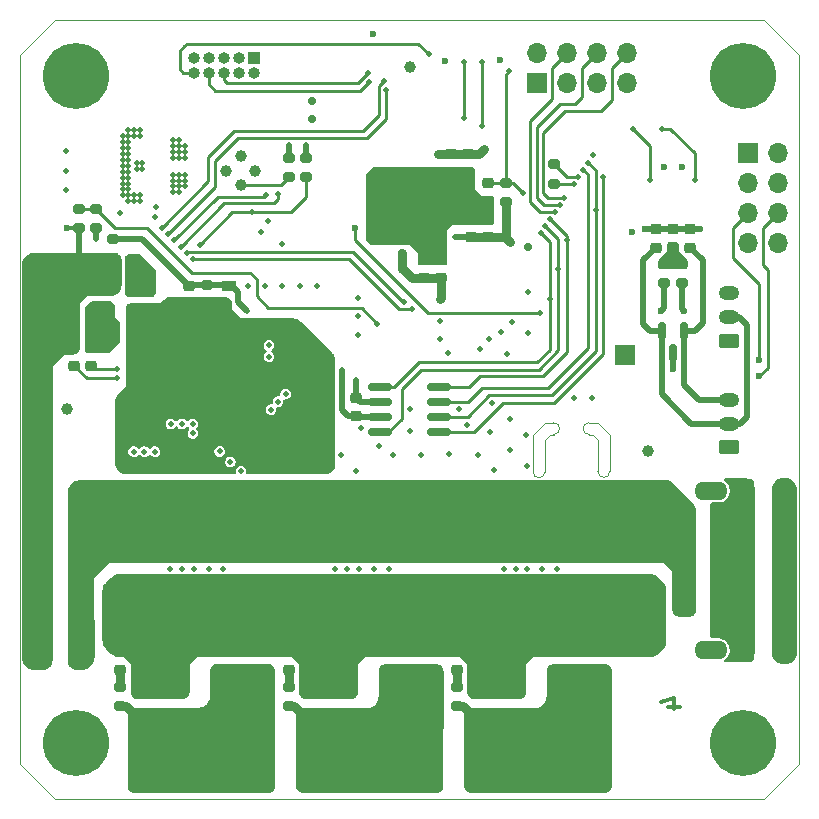
<source format=gbl>
%TF.GenerationSoftware,KiCad,Pcbnew,(5.99.0-10830-g25678ee00d)*%
%TF.CreationDate,2021-08-24T11:38:22+02:00*%
%TF.ProjectId,OpenTurn,4f70656e-5475-4726-9e2e-6b696361645f,rev?*%
%TF.SameCoordinates,Original*%
%TF.FileFunction,Copper,L4,Bot*%
%TF.FilePolarity,Positive*%
%FSLAX46Y46*%
G04 Gerber Fmt 4.6, Leading zero omitted, Abs format (unit mm)*
G04 Created by KiCad (PCBNEW (5.99.0-10830-g25678ee00d)) date 2021-08-24 11:38:22*
%MOMM*%
%LPD*%
G01*
G04 APERTURE LIST*
G04 Aperture macros list*
%AMRoundRect*
0 Rectangle with rounded corners*
0 $1 Rounding radius*
0 $2 $3 $4 $5 $6 $7 $8 $9 X,Y pos of 4 corners*
0 Add a 4 corners polygon primitive as box body*
4,1,4,$2,$3,$4,$5,$6,$7,$8,$9,$2,$3,0*
0 Add four circle primitives for the rounded corners*
1,1,$1+$1,$2,$3*
1,1,$1+$1,$4,$5*
1,1,$1+$1,$6,$7*
1,1,$1+$1,$8,$9*
0 Add four rect primitives between the rounded corners*
20,1,$1+$1,$2,$3,$4,$5,0*
20,1,$1+$1,$4,$5,$6,$7,0*
20,1,$1+$1,$6,$7,$8,$9,0*
20,1,$1+$1,$8,$9,$2,$3,0*%
%AMHorizOval*
0 Thick line with rounded ends*
0 $1 width*
0 $2 $3 position (X,Y) of the first rounded end (center of the circle)*
0 $4 $5 position (X,Y) of the second rounded end (center of the circle)*
0 Add line between two ends*
20,1,$1,$2,$3,$4,$5,0*
0 Add two circle primitives to create the rounded ends*
1,1,$1,$2,$3*
1,1,$1,$4,$5*%
G04 Aperture macros list end*
%TA.AperFunction,Profile*%
%ADD10C,0.050000*%
%TD*%
%ADD11C,0.300000*%
%TA.AperFunction,NonConductor*%
%ADD12C,0.300000*%
%TD*%
%TA.AperFunction,ComponentPad*%
%ADD13C,0.500000*%
%TD*%
%TA.AperFunction,SMDPad,CuDef*%
%ADD14R,6.000000X6.000000*%
%TD*%
%TA.AperFunction,ComponentPad*%
%ADD15RoundRect,0.250000X0.625000X-0.350000X0.625000X0.350000X-0.625000X0.350000X-0.625000X-0.350000X0*%
%TD*%
%TA.AperFunction,ComponentPad*%
%ADD16O,1.750000X1.200000*%
%TD*%
%TA.AperFunction,ComponentPad*%
%ADD17R,1.000000X1.000000*%
%TD*%
%TA.AperFunction,ComponentPad*%
%ADD18O,1.000000X1.000000*%
%TD*%
%TA.AperFunction,ComponentPad*%
%ADD19R,1.700000X1.700000*%
%TD*%
%TA.AperFunction,ComponentPad*%
%ADD20O,1.700000X1.700000*%
%TD*%
%TA.AperFunction,ComponentPad*%
%ADD21C,5.600000*%
%TD*%
%TA.AperFunction,ComponentPad*%
%ADD22HorizOval,1.000000X0.000000X0.000000X0.000000X0.000000X0*%
%TD*%
%TA.AperFunction,SMDPad,CuDef*%
%ADD23R,4.100000X4.100000*%
%TD*%
%TA.AperFunction,ComponentPad*%
%ADD24O,2.800000X1.600000*%
%TD*%
%TA.AperFunction,ComponentPad*%
%ADD25C,4.000000*%
%TD*%
%TA.AperFunction,ComponentPad*%
%ADD26C,4.800000*%
%TD*%
%TA.AperFunction,SMDPad,CuDef*%
%ADD27RoundRect,0.200000X-0.275000X0.200000X-0.275000X-0.200000X0.275000X-0.200000X0.275000X0.200000X0*%
%TD*%
%TA.AperFunction,SMDPad,CuDef*%
%ADD28RoundRect,0.225000X0.250000X-0.225000X0.250000X0.225000X-0.250000X0.225000X-0.250000X-0.225000X0*%
%TD*%
%TA.AperFunction,SMDPad,CuDef*%
%ADD29RoundRect,0.250000X-0.475000X0.250000X-0.475000X-0.250000X0.475000X-0.250000X0.475000X0.250000X0*%
%TD*%
%TA.AperFunction,SMDPad,CuDef*%
%ADD30RoundRect,0.225000X-0.250000X0.225000X-0.250000X-0.225000X0.250000X-0.225000X0.250000X0.225000X0*%
%TD*%
%TA.AperFunction,SMDPad,CuDef*%
%ADD31RoundRect,0.150000X0.825000X0.150000X-0.825000X0.150000X-0.825000X-0.150000X0.825000X-0.150000X0*%
%TD*%
%TA.AperFunction,SMDPad,CuDef*%
%ADD32RoundRect,0.250000X1.100000X-0.325000X1.100000X0.325000X-1.100000X0.325000X-1.100000X-0.325000X0*%
%TD*%
%TA.AperFunction,SMDPad,CuDef*%
%ADD33RoundRect,0.250000X-0.325000X-1.100000X0.325000X-1.100000X0.325000X1.100000X-0.325000X1.100000X0*%
%TD*%
%TA.AperFunction,SMDPad,CuDef*%
%ADD34C,1.000000*%
%TD*%
%TA.AperFunction,SMDPad,CuDef*%
%ADD35RoundRect,0.200000X0.275000X-0.200000X0.275000X0.200000X-0.275000X0.200000X-0.275000X-0.200000X0*%
%TD*%
%TA.AperFunction,SMDPad,CuDef*%
%ADD36RoundRect,0.250000X0.325000X1.100000X-0.325000X1.100000X-0.325000X-1.100000X0.325000X-1.100000X0*%
%TD*%
%TA.AperFunction,SMDPad,CuDef*%
%ADD37RoundRect,0.150000X-0.150000X0.587500X-0.150000X-0.587500X0.150000X-0.587500X0.150000X0.587500X0*%
%TD*%
%TA.AperFunction,SMDPad,CuDef*%
%ADD38R,1.200000X0.900000*%
%TD*%
%TA.AperFunction,ViaPad*%
%ADD39C,0.800000*%
%TD*%
%TA.AperFunction,ViaPad*%
%ADD40C,0.500000*%
%TD*%
%TA.AperFunction,ViaPad*%
%ADD41C,0.600000*%
%TD*%
%TA.AperFunction,ViaPad*%
%ADD42C,0.700000*%
%TD*%
%TA.AperFunction,Conductor*%
%ADD43C,0.750000*%
%TD*%
%TA.AperFunction,Conductor*%
%ADD44C,0.500000*%
%TD*%
%TA.AperFunction,Conductor*%
%ADD45C,0.300000*%
%TD*%
%TA.AperFunction,Conductor*%
%ADD46C,0.250000*%
%TD*%
G04 APERTURE END LIST*
D10*
X94000000Y-157000000D02*
X93999999Y-97000000D01*
X156999999Y-94000000D02*
X96999999Y-94000000D01*
X139200002Y-129125000D02*
X138874998Y-129125000D01*
X143950000Y-129150000D02*
X142925000Y-128125000D01*
X142199998Y-129125000D02*
X142525000Y-129125000D01*
X156999999Y-94000000D02*
X160000000Y-97000000D01*
X142925000Y-128125000D02*
X142200002Y-128125000D01*
X138874998Y-129125000D02*
X138449998Y-129550000D01*
X96999999Y-94000000D02*
X93999999Y-97000000D01*
X139199998Y-128125000D02*
G75*
G02*
X139200002Y-129125000I2J-500000D01*
G01*
X160000000Y-157000000D02*
X160000000Y-97000000D01*
X138474998Y-128125000D02*
X139199998Y-128125000D01*
X97000000Y-160000000D02*
X94000000Y-157000000D01*
X138450000Y-132275000D02*
G75*
G02*
X137450000Y-132275000I-500000J0D01*
G01*
X137450000Y-132275000D02*
X137449998Y-129150000D01*
X142950000Y-132250000D02*
X142950000Y-129550000D01*
X97000000Y-160000000D02*
X157000000Y-160000000D01*
X142525000Y-129125000D02*
X142950000Y-129550000D01*
X142200002Y-128125000D02*
G75*
G03*
X142199998Y-129125000I-2J-500000D01*
G01*
X142950000Y-132250000D02*
G75*
G03*
X143950000Y-132250000I500000J0D01*
G01*
X137449998Y-129150000D02*
X138474998Y-128125000D01*
X138450000Y-132275000D02*
X138449998Y-129550000D01*
X143950000Y-132250000D02*
X143950000Y-129150000D01*
X157000000Y-160000000D02*
X160000000Y-157000000D01*
D11*
D12*
X148878571Y-152160714D02*
X149878571Y-152160714D01*
X148307142Y-151803571D02*
X149378571Y-151446428D01*
X149378571Y-152375000D01*
D13*
X126149999Y-110350000D03*
X127149999Y-110350000D03*
X126149999Y-111350000D03*
X127149999Y-111350000D03*
X125149999Y-111350000D03*
X125149999Y-109350000D03*
D14*
X126649999Y-109850000D03*
D13*
X128149999Y-110350000D03*
X125149999Y-108350000D03*
X125149999Y-110350000D03*
X128149999Y-111350000D03*
X128149999Y-109350000D03*
X127149999Y-108350000D03*
X128149999Y-108350000D03*
X126149999Y-109350000D03*
X126149999Y-108350000D03*
X127149999Y-109350000D03*
D15*
X154025000Y-121175000D03*
D16*
X154025000Y-119175000D03*
X154025000Y-117175000D03*
D17*
X113790000Y-97250000D03*
D18*
X113790000Y-98520000D03*
X112520000Y-97250000D03*
X112520000Y-98520000D03*
X111250000Y-97250000D03*
X111250000Y-98520000D03*
X109980000Y-97250000D03*
X109980000Y-98520000D03*
X108710000Y-97250000D03*
X108710000Y-98520000D03*
D19*
X137800000Y-99350000D03*
D20*
X137800000Y-96810000D03*
X140340000Y-99350000D03*
X140340000Y-96810000D03*
X142880000Y-99350000D03*
X142880000Y-96810000D03*
X145420000Y-99350000D03*
X145420000Y-96810000D03*
D19*
X145200000Y-122375000D03*
D21*
X98750000Y-98750000D03*
D22*
X112700000Y-105572918D03*
X111497918Y-106775000D03*
X113902082Y-106775000D03*
X112700000Y-107977082D03*
D21*
X155250000Y-98750000D03*
D13*
X108800000Y-122962500D03*
X108800000Y-119362500D03*
X107600000Y-121762500D03*
X108800000Y-120562500D03*
X110000000Y-121762500D03*
D23*
X108200000Y-121162500D03*
D13*
X110000000Y-122962500D03*
X107600000Y-120562500D03*
X106400000Y-120562500D03*
X106400000Y-122962500D03*
X106400000Y-121762500D03*
X106400000Y-119362500D03*
X107600000Y-122962500D03*
X110000000Y-119362500D03*
X110000000Y-120562500D03*
X108800000Y-121762500D03*
X107600000Y-119362500D03*
D24*
X152500000Y-133875000D03*
X152500000Y-147375000D03*
D25*
X146500000Y-137025000D03*
X146500000Y-144225000D03*
D19*
X155650000Y-105300000D03*
D20*
X158190000Y-105300000D03*
X155650000Y-107840000D03*
X158190000Y-107840000D03*
X155650000Y-110380000D03*
X158190000Y-110380000D03*
X155650000Y-112920000D03*
X158190000Y-112920000D03*
D26*
X137875000Y-156554927D03*
X123644665Y-156560669D03*
D21*
X98750000Y-155250000D03*
D26*
X109375000Y-156550000D03*
D15*
X154025000Y-130200000D03*
D16*
X154025000Y-128200000D03*
X154025000Y-126200000D03*
D21*
X155250000Y-155250000D03*
D27*
X116750000Y-105675000D03*
X116750000Y-107325000D03*
X118225000Y-105674999D03*
X118225000Y-107324999D03*
D28*
X133649998Y-112395169D03*
X133649998Y-110845169D03*
X128200004Y-115849999D03*
X128200004Y-114299999D03*
X129674999Y-115849999D03*
X129674999Y-114299999D03*
X98575000Y-123300000D03*
X98575000Y-121750000D03*
D29*
X100300000Y-116825000D03*
X100300000Y-118725000D03*
D30*
X130500000Y-105400000D03*
X130500000Y-106950000D03*
X131974998Y-105400000D03*
X131974998Y-106950000D03*
D28*
X100050000Y-123300000D03*
X100050000Y-121750000D03*
X132165000Y-112395169D03*
X132165000Y-110845169D03*
D31*
X129475000Y-125095000D03*
X129475000Y-126365000D03*
X129475000Y-127635000D03*
X129475000Y-128905000D03*
X124525000Y-128905000D03*
X124525000Y-127635000D03*
X124525000Y-126365000D03*
X124525000Y-125095000D03*
D28*
X149300000Y-113300000D03*
X149300000Y-111750000D03*
D32*
X129300000Y-141985669D03*
X129300000Y-139035669D03*
D33*
X155600000Y-134225000D03*
X158550000Y-134225000D03*
D32*
X122900000Y-141985669D03*
X122900000Y-139035669D03*
D30*
X108350000Y-116549999D03*
X108350000Y-118099999D03*
D34*
X147225000Y-130525000D03*
D27*
X116775000Y-150460669D03*
X116775000Y-152110669D03*
X131025000Y-150460669D03*
X131025000Y-152110669D03*
D32*
X126100000Y-141985669D03*
X126100000Y-139035669D03*
D30*
X102500000Y-147500000D03*
X102500000Y-149050000D03*
D33*
X95875000Y-137825000D03*
X98825000Y-137825000D03*
D28*
X122425000Y-127575000D03*
X122425000Y-126025000D03*
D35*
X135125000Y-109450000D03*
X135125000Y-107800000D03*
D27*
X100450000Y-110025000D03*
X100450000Y-111675000D03*
D35*
X101925000Y-114200000D03*
X101925000Y-112550000D03*
D27*
X98975000Y-110025000D03*
X98975000Y-111675000D03*
D30*
X133650000Y-107850000D03*
X133650000Y-109400000D03*
D27*
X102500000Y-150460669D03*
X102500000Y-152110669D03*
X109825000Y-116500000D03*
X109825000Y-118150000D03*
D28*
X147825000Y-113300001D03*
X147825000Y-111750001D03*
D33*
X95875000Y-141025000D03*
X98825000Y-141025000D03*
D30*
X116750000Y-147500000D03*
X116750000Y-149050000D03*
D34*
X98000000Y-127000000D03*
D36*
X153100000Y-139724999D03*
X150150000Y-139724999D03*
D32*
X115025000Y-141985669D03*
X115025000Y-139035669D03*
D30*
X104975000Y-116975000D03*
X104975000Y-118525000D03*
D37*
X148350000Y-120337500D03*
X150250000Y-120337500D03*
X149300000Y-122212500D03*
D33*
X95875000Y-147425000D03*
X98825000Y-147425000D03*
D32*
X140324999Y-141985669D03*
X140324999Y-139035669D03*
D33*
X95875000Y-144225000D03*
X98825000Y-144225000D03*
D36*
X153100000Y-142924999D03*
X150150000Y-142924999D03*
D32*
X143524999Y-141985669D03*
X143524999Y-139035669D03*
D35*
X148550000Y-116325000D03*
X148550000Y-114675000D03*
D33*
X95875000Y-134625000D03*
X98825000Y-134625000D03*
D30*
X131025000Y-147500000D03*
X131025000Y-149050000D03*
D33*
X155600000Y-137425000D03*
X158550000Y-137425000D03*
D35*
X139225000Y-107875000D03*
X139225000Y-106225000D03*
D30*
X103500000Y-116975000D03*
X103500000Y-118525000D03*
D34*
X127000000Y-98000000D03*
D38*
X111725000Y-116550000D03*
X111725000Y-119850000D03*
D33*
X155600000Y-143825000D03*
X158550000Y-143825000D03*
D28*
X150775000Y-113300001D03*
X150775000Y-111750001D03*
D32*
X111825000Y-141985669D03*
X111825000Y-139035669D03*
X108625000Y-141985669D03*
X108625000Y-139035669D03*
D35*
X150050000Y-116325000D03*
X150050000Y-114675000D03*
D33*
X155600000Y-140625000D03*
X158550000Y-140625000D03*
X155600000Y-147025000D03*
X158550000Y-147025000D03*
D36*
X153100000Y-136525000D03*
X150150000Y-136525000D03*
D32*
X137125000Y-141985669D03*
X137125000Y-139035669D03*
D39*
X130182522Y-136066714D03*
D40*
X124425000Y-130125000D03*
D39*
X115082523Y-135240596D03*
D40*
X131200000Y-127000000D03*
X101575000Y-119275000D03*
D39*
X129382525Y-136066714D03*
D40*
X159550000Y-145700000D03*
X108600000Y-131950000D03*
X119199996Y-116549997D03*
D39*
X141750002Y-135275000D03*
D41*
X134690000Y-97450000D03*
D39*
X140149999Y-135275000D03*
D40*
X120450000Y-126450000D03*
X134750001Y-120425003D03*
X159550000Y-142200000D03*
D39*
X140150000Y-133675000D03*
D40*
X159550000Y-136200000D03*
X106500000Y-131950000D03*
X100575000Y-136025000D03*
D39*
X115082523Y-137640596D03*
X130182524Y-134466714D03*
D40*
X100575000Y-138525000D03*
X122642499Y-117534826D03*
X137025000Y-120550000D03*
X130275000Y-122200000D03*
D39*
X115882524Y-135240596D03*
X128582526Y-136866714D03*
D40*
X159550000Y-144200000D03*
D39*
X141750001Y-136075000D03*
D40*
X159550000Y-146200000D03*
D39*
X115882523Y-134440596D03*
D40*
X115425000Y-120150000D03*
X159550000Y-142700000D03*
D39*
X115882523Y-137640596D03*
D40*
X100075000Y-136025000D03*
X159550000Y-147200000D03*
X118700000Y-126475000D03*
X159550000Y-135200000D03*
X101575000Y-118275000D03*
X100075000Y-139025000D03*
X100575000Y-134525000D03*
D39*
X140150000Y-136075000D03*
D40*
X159550000Y-140700000D03*
X113280000Y-116550000D03*
X129550000Y-121000000D03*
X118700000Y-124750000D03*
X159550000Y-138700000D03*
D39*
X114282524Y-136040596D03*
D40*
X159550000Y-146700000D03*
X131825000Y-128325000D03*
D39*
X112682522Y-135240596D03*
X112682523Y-136840596D03*
D40*
X97875000Y-108423505D03*
D39*
X128582525Y-136066714D03*
D40*
X122642499Y-120725005D03*
D39*
X113482523Y-135240596D03*
D40*
X106450000Y-129500000D03*
D39*
X114282524Y-137640596D03*
D40*
X115000000Y-131100000D03*
X117425000Y-123350000D03*
X102525000Y-131900000D03*
X100075000Y-134025000D03*
D39*
X111882523Y-137640596D03*
D40*
X100075000Y-138025000D03*
X135250000Y-122325000D03*
X117300000Y-125075000D03*
X100075000Y-133525000D03*
D39*
X140150000Y-136875000D03*
D40*
X101575000Y-118775000D03*
D39*
X127782524Y-135266714D03*
X127782523Y-136066714D03*
X126175000Y-134460669D03*
X126982524Y-136866714D03*
X114282525Y-135240596D03*
X143349998Y-136075000D03*
D40*
X159550000Y-140200000D03*
D39*
X141750001Y-137685669D03*
D40*
X97875000Y-105148505D03*
D39*
X128582526Y-135266714D03*
X129382524Y-137666714D03*
X111882522Y-136840596D03*
D40*
X159550000Y-137700000D03*
X135649998Y-119575000D03*
X114749996Y-116549997D03*
X109750000Y-130975000D03*
X127975000Y-130875000D03*
X116224995Y-116549998D03*
X100075000Y-136525000D03*
X118475000Y-131100000D03*
X102600000Y-126750000D03*
X100575000Y-138025000D03*
X159550000Y-138200000D03*
X122425000Y-124500000D03*
X120050000Y-132200000D03*
X159550000Y-147700001D03*
X136900000Y-129175000D03*
D39*
X141750001Y-134475000D03*
D40*
X100575000Y-137025000D03*
D39*
X126174999Y-135260669D03*
X126982524Y-136066714D03*
D40*
X116375000Y-129325000D03*
D39*
X142550000Y-135275000D03*
D41*
X146975000Y-111758822D03*
D40*
X159550000Y-139700000D03*
D39*
X142550000Y-137685669D03*
D40*
X100575000Y-136525000D03*
X159550000Y-141700000D03*
D39*
X140950000Y-133675001D03*
X127782524Y-136866714D03*
D40*
X119600000Y-129350000D03*
X102500000Y-110370482D03*
D39*
X142550000Y-136875000D03*
D40*
X104150000Y-125200000D03*
D39*
X130182524Y-137666714D03*
D40*
X159550000Y-144700000D03*
X159550000Y-145200001D03*
X140925000Y-126025000D03*
D39*
X112682523Y-137640596D03*
X141749999Y-133675000D03*
D40*
X100575000Y-135525000D03*
D39*
X113482522Y-134440596D03*
D40*
X122475000Y-132175000D03*
D41*
X129970000Y-97460000D03*
D40*
X117724997Y-116549999D03*
D39*
X126982523Y-135266714D03*
D40*
X115125000Y-128350000D03*
D39*
X126975000Y-134460669D03*
D40*
X127000000Y-127000000D03*
X100575000Y-137525000D03*
D39*
X140949999Y-136075000D03*
D41*
X151625000Y-111758822D03*
D39*
X142550000Y-133675001D03*
D40*
X102075000Y-119775000D03*
D39*
X126182524Y-136066713D03*
X140950000Y-135275000D03*
X129382524Y-134466714D03*
X111882523Y-134440596D03*
X114282525Y-136840596D03*
D40*
X109750000Y-131950000D03*
X130375000Y-130800000D03*
X100075000Y-137525000D03*
X100575000Y-134025000D03*
X159550000Y-141200000D03*
D41*
X150050000Y-106500000D03*
D39*
X129382524Y-135266714D03*
D40*
X100075000Y-134525000D03*
X110950000Y-131950000D03*
D39*
X141750002Y-136875000D03*
D40*
X116200000Y-119775000D03*
X100075000Y-137025000D03*
D39*
X140150000Y-137685669D03*
X143350000Y-134475000D03*
D40*
X133749996Y-121000002D03*
D39*
X142550001Y-136075000D03*
D40*
X159550000Y-143699999D03*
D39*
X143350000Y-137685669D03*
D40*
X100075000Y-138525000D03*
D39*
X113482523Y-137640596D03*
X115882521Y-136040596D03*
D42*
X118725000Y-102425000D03*
D40*
X137000000Y-117025000D03*
X159550000Y-136700000D03*
D39*
X111882522Y-135240596D03*
D40*
X100575000Y-133525000D03*
X159550000Y-143200000D03*
X112200000Y-125150000D03*
X100075000Y-139525000D03*
D39*
X126182523Y-136866714D03*
D40*
X102075000Y-120275000D03*
X159550000Y-134700000D03*
D39*
X115882523Y-136840596D03*
X112682523Y-136040596D03*
D40*
X115725000Y-123350000D03*
X132949997Y-121850003D03*
D39*
X142550000Y-134475000D03*
X115082524Y-136040596D03*
X112682523Y-134440596D03*
D40*
X159550000Y-134200000D03*
D39*
X143350000Y-133675000D03*
D40*
X108600000Y-130975000D03*
X100575000Y-135025000D03*
D39*
X130182525Y-135266714D03*
D40*
X159550000Y-133700000D03*
X132825000Y-130850000D03*
D39*
X130182524Y-136866714D03*
D40*
X135500000Y-127800000D03*
X102350000Y-129200000D03*
D39*
X140950000Y-137685669D03*
X111882523Y-136040595D03*
D41*
X149300000Y-123550000D03*
D40*
X122900017Y-128599983D03*
X127000000Y-128825000D03*
X101575000Y-119775000D03*
D39*
X115082523Y-136840596D03*
D40*
X108600000Y-130025000D03*
D39*
X140950000Y-136875000D03*
X126182524Y-137666714D03*
D40*
X122642499Y-119109826D03*
D39*
X140949999Y-134475000D03*
X114282524Y-134440596D03*
D40*
X133775000Y-128875000D03*
X113575000Y-126950000D03*
D39*
X126982524Y-137666714D03*
X128582525Y-137666714D03*
X115082523Y-134440596D03*
D40*
X159550000Y-135700000D03*
X135500000Y-130475000D03*
X100450000Y-112600000D03*
D39*
X140150000Y-134475000D03*
X113482522Y-136040596D03*
X127782523Y-134466714D03*
D40*
X116625000Y-131100000D03*
D39*
X129382524Y-136866714D03*
D40*
X159550000Y-139200000D03*
D39*
X143350000Y-136875000D03*
D40*
X100075000Y-135525000D03*
D39*
X143350001Y-135275000D03*
D40*
X159550000Y-137200000D03*
D39*
X127782524Y-137666714D03*
D40*
X125600000Y-130850000D03*
X100075000Y-135025000D03*
X129550000Y-119525000D03*
X136925000Y-131775000D03*
X109750000Y-130000000D03*
X121175000Y-130875000D03*
D39*
X128582525Y-134466714D03*
D40*
X100575000Y-139525000D03*
X134125000Y-132100000D03*
X133975000Y-126425000D03*
D39*
X113482523Y-136840596D03*
D40*
X100575000Y-139025000D03*
D41*
X101200000Y-116225000D03*
D40*
X94650000Y-146250000D03*
D39*
X106275000Y-143105742D03*
X136075000Y-148760669D03*
D40*
X154125000Y-141425000D03*
D39*
X136375000Y-144710669D03*
X106275000Y-144705742D03*
D40*
X154625000Y-144425000D03*
D39*
X103875000Y-143105741D03*
D40*
X154125000Y-144425000D03*
D39*
X104375000Y-147155742D03*
D40*
X94650000Y-138750000D03*
D39*
X118644665Y-147166411D03*
X131575000Y-143135669D03*
D40*
X154124999Y-145925000D03*
D39*
X133175000Y-143110669D03*
X135575000Y-143910669D03*
X136075000Y-150360669D03*
D40*
X94650000Y-142750000D03*
X94650000Y-144250000D03*
X94650000Y-142250000D03*
D39*
X104675000Y-143105742D03*
X133975000Y-144710669D03*
D40*
X154625000Y-142925000D03*
D39*
X121344665Y-145516411D03*
X119744665Y-142316411D03*
X121844665Y-148766411D03*
X107575000Y-150355742D03*
D40*
X154625000Y-142425000D03*
D39*
X132375000Y-144710669D03*
D40*
X94650000Y-145250000D03*
X154625000Y-141925000D03*
D39*
X103875000Y-144705742D03*
X133975000Y-145510669D03*
X104375000Y-148755742D03*
X135575000Y-145510669D03*
X119444665Y-147966411D03*
X121344665Y-143116411D03*
X107075000Y-143905742D03*
X134775000Y-143110669D03*
X107875000Y-145505742D03*
X117344665Y-142341411D03*
X120244665Y-148766411D03*
X107575000Y-148755742D03*
X122144665Y-144716411D03*
X118144665Y-143116410D03*
X135275000Y-149560669D03*
D40*
X94650000Y-141750000D03*
D39*
X133175000Y-144710669D03*
D40*
X94650000Y-134250000D03*
D39*
X118144665Y-143916411D03*
X105975000Y-147155742D03*
X104675000Y-145505742D03*
X121344665Y-144716411D03*
X133675000Y-149560669D03*
X120544665Y-145516411D03*
X122144665Y-145516411D03*
D40*
X154125000Y-145425000D03*
D39*
X118944665Y-143116411D03*
X132375000Y-143910669D03*
X134775000Y-144710669D03*
X119744665Y-144716411D03*
D40*
X154625000Y-144925000D03*
X94650000Y-135250000D03*
D39*
X121844665Y-150366411D03*
D40*
X94650000Y-140750000D03*
D39*
X132875000Y-147160669D03*
D40*
X94650000Y-135750000D03*
D39*
X120244665Y-147166411D03*
D40*
X94650000Y-148250000D03*
X154124999Y-143425000D03*
D39*
X134475000Y-150360669D03*
X134475000Y-148760669D03*
X106275000Y-143905742D03*
D40*
X154625000Y-143425000D03*
D39*
X107575000Y-147155742D03*
D41*
X102325000Y-116225000D03*
D40*
X94650000Y-139250000D03*
X94650000Y-137750000D03*
X154625000Y-146425000D03*
X94650000Y-139750000D03*
X154625000Y-147925000D03*
D39*
X134775000Y-145510669D03*
D40*
X94650000Y-137250000D03*
X154625000Y-145925000D03*
D39*
X133975000Y-143110669D03*
X105975000Y-150355742D03*
X131575000Y-143935669D03*
X106775000Y-147955742D03*
X117344665Y-143941411D03*
X122144665Y-143916411D03*
X103875000Y-145505742D03*
D40*
X154625000Y-143925000D03*
D39*
X132375000Y-142310669D03*
X133174999Y-142310669D03*
D40*
X94650000Y-134750000D03*
D39*
X133975000Y-142310669D03*
X104675000Y-144705742D03*
X105475000Y-143105742D03*
X121044665Y-149566411D03*
X132875000Y-148760669D03*
D40*
X94650000Y-147750000D03*
D39*
X117344665Y-143141411D03*
X119444665Y-149566411D03*
D41*
X98000000Y-111675000D03*
D39*
X103875000Y-142305742D03*
X103075000Y-143130742D03*
X105475000Y-142305742D03*
D40*
X154625000Y-146925000D03*
X94650000Y-145750000D03*
D39*
X107075000Y-144705742D03*
X118944664Y-142316411D03*
X118144665Y-145516411D03*
D40*
X94650000Y-136250000D03*
D39*
X107875000Y-144705742D03*
X120544665Y-142316411D03*
X133975000Y-143910669D03*
D40*
X94650000Y-144750000D03*
D39*
X105175000Y-147955742D03*
X119744665Y-143916411D03*
X134475000Y-147160669D03*
X107875000Y-143905742D03*
X105975000Y-148755742D03*
D40*
X94650000Y-133750000D03*
D39*
X135275000Y-147960669D03*
X120544665Y-144716411D03*
D40*
X154124999Y-141925000D03*
D39*
X118144665Y-144716411D03*
D40*
X94650000Y-143250000D03*
X94650000Y-143750000D03*
D39*
X105475000Y-143905742D03*
D40*
X154625000Y-141425000D03*
D39*
X121344665Y-143916411D03*
X120244665Y-150366411D03*
X132375000Y-145510669D03*
X107075000Y-145505742D03*
D41*
X101750000Y-115675000D03*
D40*
X154625000Y-145425000D03*
D39*
X118944665Y-145516411D03*
X106775000Y-149555742D03*
X106275000Y-145505742D03*
X118944665Y-143916411D03*
X118944665Y-144716411D03*
X104375000Y-150355742D03*
X121844665Y-147166411D03*
X136075000Y-147160669D03*
X121044665Y-147966411D03*
X133175000Y-145510669D03*
D40*
X154125000Y-142925000D03*
D39*
X105475000Y-144705742D03*
D40*
X154625000Y-147425000D03*
D39*
X134775000Y-142310669D03*
D40*
X154125000Y-146425000D03*
D39*
X133175000Y-143910669D03*
X132375000Y-143110668D03*
X104674999Y-142305742D03*
D40*
X154125000Y-144925000D03*
D39*
X131575000Y-142335669D03*
X136375000Y-145510669D03*
X118644665Y-148766411D03*
X103075000Y-142330742D03*
X119744665Y-145516411D03*
X133675000Y-147960669D03*
X107075000Y-143105742D03*
X118644665Y-150366411D03*
X103875000Y-143905742D03*
X105175000Y-149555742D03*
X103075000Y-143930742D03*
D40*
X94650000Y-140250000D03*
X94650000Y-138250000D03*
D39*
X120544665Y-143116411D03*
X136375000Y-143910669D03*
X118144665Y-142316411D03*
D40*
X94650000Y-146750000D03*
X94650000Y-141250000D03*
X154125000Y-142425000D03*
D39*
X134775000Y-143910669D03*
X135575000Y-144710669D03*
X104675000Y-143905742D03*
X119744665Y-143116411D03*
X105475000Y-145505742D03*
X106275000Y-142305742D03*
D40*
X94650000Y-147250000D03*
D39*
X135575000Y-143110669D03*
X120544665Y-143916411D03*
X132875000Y-150360669D03*
D40*
X154125000Y-143925000D03*
X94650000Y-136750000D03*
X103400000Y-116100000D03*
X103200000Y-105375000D03*
X103975000Y-115450000D03*
D41*
X145800000Y-111975000D03*
D40*
X103700000Y-108875000D03*
X102700000Y-104875000D03*
X102700000Y-107375000D03*
X102700000Y-105375000D03*
X102700000Y-107875000D03*
X103882666Y-106625000D03*
X103350000Y-115450000D03*
X104382666Y-106125000D03*
X103700000Y-103350000D03*
X103700000Y-103850000D03*
X103200000Y-106375000D03*
X121275000Y-123700000D03*
X103200000Y-108375000D03*
X102700000Y-106875000D03*
X103200000Y-109375000D03*
X103200000Y-104375000D03*
X103200000Y-107375000D03*
X103200000Y-106875000D03*
X103975000Y-114775000D03*
X102700000Y-106375000D03*
X103200000Y-103875000D03*
X102700000Y-103875000D03*
X103350000Y-114125000D03*
X102700000Y-108375000D03*
D41*
X148500000Y-106500000D03*
D40*
X102700000Y-108875000D03*
X104382666Y-106625000D03*
X97900000Y-106798505D03*
X103200000Y-108875000D03*
X103350000Y-114775000D03*
X103882666Y-106125000D03*
X104200000Y-109375000D03*
X103700000Y-109375000D03*
X103975000Y-114125000D03*
X104200000Y-103850000D03*
X102700000Y-104375000D03*
X102700000Y-105875000D03*
X103200000Y-107875000D03*
X103200000Y-104875000D03*
D41*
X123925000Y-95175000D03*
D40*
X103200000Y-103375000D03*
X104200000Y-108875000D03*
X104200000Y-103350000D03*
X103200000Y-105875000D03*
X107950000Y-104700000D03*
X106950000Y-105200000D03*
X130874996Y-112375002D03*
X116750000Y-104599500D03*
D42*
X135500000Y-112850000D03*
D40*
X133325000Y-104975000D03*
D42*
X137050000Y-113225000D03*
D40*
X107450000Y-105200000D03*
X107450000Y-104700000D03*
X107450000Y-105700000D03*
X129550000Y-117650000D03*
X106950000Y-105700000D03*
X118225000Y-104600000D03*
X107450000Y-104200000D03*
X106950000Y-104200000D03*
D42*
X118750000Y-100875000D03*
D40*
X106950000Y-104700000D03*
D42*
X126400000Y-113775000D03*
D40*
X107950000Y-105200000D03*
X107950000Y-105700000D03*
X129400000Y-105400000D03*
X142475000Y-126025000D03*
X116225000Y-113000000D03*
X107950000Y-107624999D03*
X106950000Y-108625000D03*
X107950000Y-107125000D03*
X106950000Y-108125000D03*
X107450001Y-107125000D03*
X106950000Y-107625000D03*
X107450000Y-108125000D03*
X106950000Y-107125000D03*
X107950000Y-108125000D03*
X107450000Y-108625000D03*
X107450000Y-107625000D03*
X115275000Y-127025000D03*
X134975000Y-140500000D03*
D39*
X143425000Y-156404927D03*
X133025000Y-154804927D03*
X142625000Y-157215596D03*
X133025000Y-155604927D03*
X133025000Y-157215596D03*
X141825000Y-154804927D03*
X142625000Y-156404927D03*
X133025000Y-158015596D03*
X139675000Y-150913434D03*
X142875000Y-152513434D03*
X132225000Y-154804927D03*
D40*
X135975000Y-140500000D03*
D39*
X141825000Y-158815596D03*
X134625000Y-158815596D03*
X143425000Y-154004927D03*
X141025000Y-154004927D03*
X140475000Y-151713434D03*
X142075000Y-151713434D03*
X142625000Y-158815596D03*
X132225000Y-157215596D03*
X142625000Y-158015596D03*
X133025000Y-154004927D03*
X133825000Y-154804927D03*
X132225000Y-158815596D03*
X141275000Y-152513434D03*
X132225000Y-155604927D03*
X142625000Y-155604927D03*
X143425000Y-154804927D03*
X143425000Y-158015596D03*
X141824999Y-154004927D03*
X140475000Y-150113434D03*
X132225000Y-156415596D03*
X141275000Y-149313434D03*
X141275000Y-150913434D03*
X132225000Y-154004927D03*
X142625000Y-154804927D03*
X139675000Y-152513434D03*
X142075000Y-150113434D03*
X142875000Y-149313434D03*
X143425000Y-155604927D03*
X143425000Y-158815596D03*
X139675000Y-149313434D03*
X134625000Y-154004927D03*
X141825000Y-158015596D03*
X133025000Y-158815596D03*
X141025000Y-158815596D03*
D40*
X115850000Y-126350000D03*
D39*
X133825000Y-158015596D03*
X133825001Y-158815596D03*
X143425000Y-157215595D03*
X142625000Y-154004927D03*
X133025000Y-156415596D03*
X142875000Y-150913434D03*
X132225000Y-158015596D03*
X133825000Y-154004927D03*
D40*
X136975000Y-140500000D03*
X116500000Y-125700000D03*
X120725000Y-140500000D03*
X112725000Y-132250000D03*
D39*
X128644665Y-150919176D03*
X127044665Y-149319176D03*
X117994665Y-154810669D03*
X117994665Y-158821338D03*
X129194665Y-154810669D03*
X127594665Y-154810669D03*
X125444665Y-152519176D03*
X128644665Y-149319176D03*
X117994665Y-154010669D03*
X129194665Y-157221337D03*
X128394665Y-155610669D03*
X126244665Y-150119176D03*
X117994665Y-157221338D03*
X128394665Y-154810669D03*
X118794665Y-154810669D03*
X128394665Y-157221338D03*
X118794665Y-156411576D03*
X118794665Y-158821338D03*
X129194665Y-155610669D03*
X120394665Y-158821338D03*
X125444665Y-150919176D03*
X118794665Y-154010669D03*
X127044665Y-152519176D03*
X119594665Y-154810669D03*
X119594665Y-154010669D03*
X129194665Y-156410669D03*
X128394665Y-154010669D03*
X118794665Y-157221338D03*
X127844665Y-150119176D03*
X127594664Y-154010669D03*
X126244665Y-151719176D03*
X126794665Y-154010669D03*
X128394665Y-158021338D03*
X127044665Y-150919176D03*
X128394665Y-158821338D03*
X127844665Y-151719176D03*
X117994665Y-158021338D03*
X128394665Y-156411576D03*
X118794665Y-158021338D03*
X118794665Y-155610669D03*
X126794665Y-158821338D03*
X119594665Y-158021338D03*
X125444665Y-149319176D03*
D40*
X111825000Y-131450000D03*
D39*
X129194665Y-154010669D03*
X129194665Y-158821338D03*
X117994665Y-155610669D03*
X117994665Y-156421338D03*
X120394665Y-154010669D03*
X127594665Y-158821338D03*
X129194665Y-158021338D03*
D40*
X121725000Y-140500000D03*
D39*
X127594665Y-158021338D03*
X119594666Y-158821338D03*
X128644665Y-152519176D03*
D40*
X122725000Y-140500000D03*
X110925000Y-130550000D03*
X106725000Y-140500000D03*
X103650000Y-130575000D03*
D39*
X113575000Y-150108507D03*
X105325000Y-154000000D03*
X112525000Y-158810669D03*
X104525000Y-155600000D03*
X103725000Y-158810669D03*
X105325000Y-154800000D03*
X114925000Y-156400000D03*
X114925000Y-158810669D03*
X111975000Y-150108507D03*
X104525000Y-158010669D03*
X111175000Y-149308507D03*
X111175000Y-152508507D03*
X103725000Y-154800000D03*
X106125000Y-158810669D03*
X113324999Y-154000000D03*
X114925000Y-154800000D03*
X103725000Y-156410669D03*
X114375000Y-152508507D03*
X103725000Y-158010669D03*
X112525000Y-154000000D03*
X112775000Y-152508507D03*
X114125000Y-154800000D03*
X106125000Y-154000000D03*
X114925000Y-158010669D03*
X114925000Y-155600000D03*
X103725000Y-155600000D03*
X114125000Y-156400907D03*
X113325000Y-154800000D03*
X105325001Y-158810669D03*
X113325000Y-158810669D03*
X112775000Y-150908507D03*
X103725000Y-157210669D03*
X104525000Y-156400907D03*
D40*
X107725000Y-140500000D03*
D39*
X114375000Y-150908507D03*
X104525000Y-158810669D03*
X113575000Y-151708507D03*
X114375000Y-149308507D03*
X114125000Y-157210669D03*
X112775000Y-149308507D03*
X113325000Y-158010669D03*
X114125000Y-154000000D03*
X104525000Y-157210669D03*
X105325000Y-158010669D03*
X114925000Y-154000000D03*
X111175000Y-150908507D03*
D40*
X104550000Y-130575000D03*
D39*
X111975000Y-151708507D03*
X114125000Y-155600000D03*
X104525000Y-154800000D03*
X104525000Y-154000000D03*
X103725000Y-154000000D03*
X114125000Y-158810669D03*
X114125000Y-158010669D03*
X114925000Y-157210668D03*
D40*
X105450000Y-130575000D03*
X108725000Y-140500000D03*
X113675000Y-110325000D03*
X109225000Y-113050000D03*
X124975000Y-99950000D03*
X106560661Y-112146699D03*
X124800000Y-99175000D03*
X106030331Y-111616369D03*
X115875000Y-108775000D03*
X107621321Y-113207359D03*
X114850000Y-108850000D03*
X107090991Y-112677029D03*
X108681981Y-114268019D03*
X127200000Y-118525000D03*
X108151651Y-113737689D03*
X126525000Y-117925000D03*
X102250000Y-123575000D03*
X102250000Y-124375000D03*
X138225000Y-140500000D03*
X115100000Y-122525000D03*
X123975000Y-140500000D03*
X108650000Y-129025000D03*
X106803464Y-128225000D03*
X110000000Y-140500000D03*
X136575000Y-108650000D03*
X128650000Y-96925000D03*
X135450000Y-98325000D03*
X140900000Y-107900000D03*
X139475000Y-140500000D03*
X115100000Y-121575000D03*
X108650000Y-128225000D03*
X125228225Y-140500000D03*
X115000000Y-111074500D03*
X105500000Y-109825000D03*
X114425000Y-111950000D03*
X105450000Y-110725000D03*
X113200000Y-118650000D03*
X111225000Y-140500000D03*
X107750000Y-128225000D03*
D41*
X151825000Y-117250000D03*
X146750000Y-117250000D03*
D40*
X142500000Y-105500000D03*
X140100000Y-109100000D03*
X141700000Y-106700000D03*
X139699416Y-109700980D03*
X141300000Y-107300000D03*
X143340000Y-107300000D03*
X139299416Y-110300980D03*
D41*
X122375000Y-111600000D03*
D40*
X138025000Y-118800000D03*
X124275000Y-119725000D03*
X148400000Y-103225000D03*
X151175000Y-107550000D03*
X147375000Y-107550000D03*
X145900000Y-103225000D03*
X140350000Y-112625000D03*
X138900000Y-110900000D03*
X138850000Y-117625000D03*
X138100000Y-112100000D03*
X139600000Y-115125000D03*
X138500000Y-111500000D03*
X142100000Y-106100000D03*
X142750000Y-110125000D03*
X123500000Y-98525000D03*
X123543733Y-99293733D03*
D41*
X156600000Y-124175000D03*
D40*
X131625000Y-97575000D03*
X131625000Y-102325000D03*
X133100000Y-103000000D03*
X133100000Y-97575000D03*
D41*
X150275000Y-118700000D03*
X148275000Y-118700000D03*
X156600000Y-122775000D03*
D43*
X128645168Y-110845169D02*
X128149999Y-110350000D01*
X133650000Y-109400000D02*
X127099999Y-109400000D01*
X129675002Y-114300004D02*
X128200001Y-114299998D01*
D44*
X100450000Y-112600000D02*
X100450000Y-111675000D01*
D43*
X130500000Y-106950000D02*
X129575133Y-106950000D01*
D44*
X149300000Y-111750000D02*
X150775000Y-111750001D01*
X124525000Y-126365000D02*
X122765000Y-126365000D01*
D43*
X129575133Y-106950000D02*
X128149996Y-108375137D01*
D44*
X122425000Y-126025000D02*
X122425000Y-124500000D01*
X146983821Y-111750001D02*
X146975000Y-111758822D01*
D43*
X128149996Y-111350003D02*
X128149996Y-114249996D01*
D44*
X147825000Y-111750001D02*
X149300000Y-111750000D01*
D43*
X127099999Y-109400000D02*
X126649999Y-109850000D01*
D44*
X151616179Y-111750001D02*
X151625000Y-111758822D01*
X150775000Y-111750001D02*
X151616179Y-111750001D01*
D43*
X132165000Y-110845170D02*
X133624999Y-110845175D01*
X129725000Y-114350004D02*
X129675002Y-114300004D01*
X132165001Y-110845168D02*
X128645168Y-110845169D01*
D44*
X149300000Y-122212500D02*
X149300000Y-123550000D01*
X122765000Y-126365000D02*
X122425000Y-126025000D01*
D43*
X128149996Y-114249996D02*
X128200001Y-114299998D01*
X131974998Y-106949998D02*
X130500000Y-106949999D01*
D44*
X147825000Y-111750001D02*
X146983821Y-111750001D01*
X101925000Y-115500000D02*
X101925000Y-114200000D01*
D45*
X98000000Y-111675000D02*
X98975000Y-111675000D01*
D43*
X118638923Y-150360669D02*
X118644665Y-150366411D01*
X104370073Y-150360669D02*
X104375000Y-150355742D01*
D44*
X101750000Y-115675000D02*
X101925000Y-115500000D01*
X98975000Y-111675000D02*
X98975000Y-114125000D01*
X124525000Y-127635000D02*
X122485000Y-127635000D01*
X103500000Y-116975000D02*
X104975000Y-116975000D01*
X103400000Y-116875000D02*
X103500000Y-116975000D01*
X122485000Y-127635000D02*
X122425000Y-127575000D01*
X103400000Y-116100000D02*
X103400000Y-116875000D01*
X121800000Y-127575000D02*
X122425000Y-127575000D01*
X121275000Y-123700000D02*
X121275000Y-127050000D01*
X121275000Y-127050000D02*
X121800000Y-127575000D01*
X116750000Y-105675000D02*
X116750000Y-104599500D01*
D43*
X129674998Y-115850004D02*
X128200002Y-115850003D01*
X130500003Y-105400003D02*
X130500000Y-105400000D01*
X128200004Y-115849999D02*
X127174999Y-115849999D01*
X135045167Y-112395167D02*
X133649998Y-112395167D01*
X131974998Y-105400003D02*
X130500003Y-105400003D01*
X135125000Y-112475000D02*
X135125000Y-109450000D01*
X126400000Y-115075000D02*
X126400000Y-113775000D01*
X135500000Y-112850000D02*
X135125000Y-112475000D01*
D44*
X132164998Y-112395168D02*
X130895163Y-112395170D01*
D43*
X132900001Y-105399999D02*
X131974999Y-105399999D01*
D44*
X118225000Y-105674999D02*
X118225000Y-104600000D01*
X130895163Y-112395170D02*
X130874996Y-112375002D01*
D43*
X127174999Y-115849999D02*
X126500000Y-115175000D01*
X135500000Y-112850000D02*
X135045167Y-112395167D01*
X133325000Y-104975000D02*
X132900001Y-105399999D01*
X132164997Y-112395171D02*
X133624998Y-112395170D01*
X129674998Y-117525002D02*
X129674998Y-115850004D01*
X126500000Y-115175000D02*
X126400000Y-115075000D01*
X129550000Y-117650000D02*
X129674998Y-117525002D01*
X129400000Y-105400000D02*
X130500000Y-105400000D01*
X131025000Y-152110669D02*
X131500000Y-152110669D01*
X131500000Y-152110669D02*
X132205742Y-152816411D01*
X132205742Y-155585669D02*
X132225000Y-155604927D01*
X132205742Y-152816411D02*
X132205742Y-154935669D01*
X117969665Y-152905334D02*
X117969665Y-154935669D01*
X117175000Y-152110669D02*
X117969665Y-152905334D01*
X117969665Y-155585669D02*
X117994665Y-155610669D01*
X116750000Y-152110669D02*
X117175000Y-152110669D01*
X102500000Y-152110669D02*
X103000000Y-152110669D01*
X103000000Y-152110669D02*
X103725000Y-152835669D01*
X103725000Y-152835669D02*
X103725000Y-154000000D01*
D46*
X111950000Y-110325000D02*
X109225000Y-113050000D01*
X118225000Y-109050000D02*
X118225000Y-107324999D01*
X116950000Y-110325000D02*
X118225000Y-109050000D01*
X113675000Y-110325000D02*
X111950000Y-110325000D01*
X113675000Y-110325000D02*
X116950000Y-110325000D01*
X116097918Y-107977082D02*
X112700000Y-107977082D01*
X116750000Y-107325000D02*
X116097918Y-107977082D01*
X123400000Y-104025000D02*
X112500000Y-104025000D01*
X124975000Y-102450000D02*
X123400000Y-104025000D01*
X124975000Y-99950000D02*
X124975000Y-102450000D01*
X112500000Y-104025000D02*
X110541180Y-105983820D01*
X110541180Y-108166180D02*
X106560661Y-112146699D01*
X110541180Y-105983820D02*
X110541180Y-108166180D01*
X109950000Y-107696700D02*
X106030331Y-111616369D01*
X112175000Y-103425000D02*
X109950000Y-105650000D01*
X123025000Y-103425000D02*
X112175000Y-103425000D01*
X124375000Y-102075000D02*
X123025000Y-103425000D01*
X124375000Y-99600000D02*
X124375000Y-102075000D01*
X124800000Y-99175000D02*
X124375000Y-99600000D01*
X109950000Y-105650000D02*
X109950000Y-107696700D01*
X115875000Y-109175000D02*
X115500000Y-109550000D01*
X111278680Y-109550000D02*
X107621321Y-113207359D01*
X115500000Y-109550000D02*
X111278680Y-109550000D01*
X115875000Y-108775000D02*
X115875000Y-109175000D01*
X114725000Y-108975000D02*
X110793020Y-108975000D01*
X110793020Y-108975000D02*
X107090991Y-112677029D01*
X114850000Y-108850000D02*
X114725000Y-108975000D01*
X121843019Y-114268019D02*
X108681981Y-114268019D01*
X126100000Y-118525000D02*
X121843019Y-114268019D01*
X127200000Y-118525000D02*
X126100000Y-118525000D01*
X126525000Y-117925000D02*
X126425000Y-117925000D01*
X126425000Y-117925000D02*
X122200000Y-113700000D01*
X110593508Y-113693508D02*
X108195832Y-113693508D01*
X122200000Y-113700000D02*
X110600000Y-113700000D01*
X108195832Y-113693508D02*
X108151651Y-113737689D01*
X110600000Y-113700000D02*
X110593508Y-113693508D01*
X100325000Y-123575000D02*
X100050000Y-123300000D01*
X102250000Y-123575000D02*
X100325000Y-123575000D01*
X99650000Y-124375000D02*
X98575000Y-123300000D01*
X102250000Y-124375000D02*
X99650000Y-124375000D01*
X135725000Y-107800000D02*
X135125000Y-107800000D01*
X115325000Y-96025000D02*
X127750000Y-96025000D01*
X135125000Y-105550000D02*
X135125000Y-98650000D01*
X107525000Y-98200000D02*
X107525000Y-96650000D01*
X135125000Y-107800000D02*
X135125000Y-105550000D01*
X107525000Y-96650000D02*
X107925000Y-96250000D01*
X108150000Y-96025000D02*
X115325000Y-96025000D01*
X135125000Y-107800000D02*
X135075000Y-107850000D01*
X136575000Y-108650000D02*
X135725000Y-107800000D01*
X135075000Y-107850000D02*
X133650000Y-107850000D01*
X108710000Y-98520000D02*
X107845000Y-98520000D01*
X135125000Y-98650000D02*
X135450000Y-98325000D01*
X107845000Y-98520000D02*
X107525000Y-98200000D01*
X107925000Y-96250000D02*
X108150000Y-96025000D01*
X127750000Y-96025000D02*
X128650000Y-96925000D01*
X140900000Y-107900000D02*
X139250000Y-107900000D01*
X139250000Y-107900000D02*
X139225000Y-107875000D01*
D44*
X108350000Y-116549999D02*
X104350001Y-112550000D01*
X104350001Y-112550000D02*
X101925000Y-112550000D01*
X112450000Y-117900000D02*
X112450000Y-117050000D01*
X108399999Y-116500000D02*
X108350000Y-116549999D01*
X111900000Y-116500000D02*
X109825000Y-116500000D01*
X109825000Y-116500000D02*
X108399999Y-116500000D01*
X113200000Y-118650000D02*
X112450000Y-117900000D01*
X112450000Y-117050000D02*
X111900000Y-116500000D01*
X150250000Y-124950000D02*
X151500000Y-126200000D01*
X151825000Y-116350000D02*
X151825000Y-118166178D01*
X150250000Y-120337500D02*
X150250000Y-124950000D01*
X151500000Y-126200000D02*
X154025000Y-126200000D01*
X151825000Y-114350001D02*
X150775000Y-113300001D01*
X151162500Y-120337500D02*
X150250000Y-120337500D01*
X151825000Y-116350000D02*
X151825000Y-114350001D01*
X151825000Y-118166178D02*
X151825000Y-119675000D01*
X151825000Y-119675000D02*
X151162500Y-120337500D01*
X146750000Y-118141178D02*
X146750000Y-119725000D01*
X154925000Y-119200000D02*
X155600000Y-119875000D01*
X154025000Y-119200000D02*
X154925000Y-119200000D01*
X154025000Y-128225000D02*
X154975000Y-128225000D01*
X155600000Y-127600000D02*
X154975000Y-128225000D01*
X146750000Y-116350000D02*
X146750000Y-118141178D01*
X147362500Y-120337500D02*
X148350000Y-120337500D01*
X146750000Y-119725000D02*
X147362500Y-120337500D01*
X148350000Y-125725000D02*
X150825000Y-128200000D01*
X148350000Y-120337500D02*
X148350000Y-125725000D01*
X155600000Y-119875000D02*
X155600000Y-127600000D01*
X146750000Y-114375001D02*
X147825000Y-113300001D01*
X146750000Y-116350000D02*
X146750000Y-114375001D01*
X150825000Y-128200000D02*
X154025000Y-128200000D01*
D46*
X143200000Y-101775000D02*
X140125000Y-101775000D01*
X138325000Y-108700000D02*
X138725000Y-109100000D01*
X138325000Y-103575000D02*
X138325000Y-108700000D01*
X144150000Y-98080000D02*
X144150000Y-100825000D01*
X138725000Y-109100000D02*
X140100000Y-109100000D01*
X145420000Y-96810000D02*
X144150000Y-98080000D01*
X140125000Y-101775000D02*
X138325000Y-103575000D01*
X144150000Y-100825000D02*
X143200000Y-101775000D01*
X133125000Y-125150000D02*
X131910000Y-126365000D01*
X142100000Y-121800000D02*
X138750000Y-125150000D01*
X141700000Y-106700000D02*
X142100000Y-107100000D01*
X142100000Y-107100000D02*
X142100000Y-121800000D01*
X138750000Y-125150000D02*
X133125000Y-125150000D01*
X131910000Y-126365000D02*
X129475000Y-126365000D01*
X139699416Y-109700980D02*
X138400980Y-109700980D01*
X138400980Y-109700980D02*
X137775000Y-109075000D01*
X141625000Y-98065000D02*
X142880000Y-96810000D01*
X137775000Y-103075000D02*
X139700000Y-101150000D01*
X139700000Y-101150000D02*
X141025000Y-101150000D01*
X141625000Y-100550000D02*
X141625000Y-98065000D01*
X141025000Y-101150000D02*
X141625000Y-100550000D01*
X137775000Y-109075000D02*
X137775000Y-103075000D01*
X129475000Y-128905000D02*
X132470000Y-128905000D01*
X143340000Y-122310000D02*
X143340000Y-107300000D01*
X139225000Y-126425000D02*
X143340000Y-122310000D01*
X134950000Y-126425000D02*
X139225000Y-126425000D01*
X132470000Y-128905000D02*
X134950000Y-126425000D01*
X140300000Y-107300000D02*
X141300000Y-107300000D01*
X139225000Y-106225000D02*
X140300000Y-107300000D01*
X137225000Y-102575000D02*
X137225000Y-109475000D01*
X137225000Y-109475000D02*
X138050980Y-110300980D01*
X140340000Y-96810000D02*
X139100000Y-98050000D01*
X139100000Y-98050000D02*
X139100000Y-100700000D01*
X139100000Y-100700000D02*
X137225000Y-102575000D01*
X138050980Y-110300980D02*
X139299416Y-110300980D01*
X123625000Y-113900000D02*
X128525000Y-118800000D01*
X122375000Y-111600000D02*
X122375000Y-112650000D01*
X128525000Y-118800000D02*
X138025000Y-118800000D01*
X122375000Y-112650000D02*
X123625000Y-113900000D01*
X115050000Y-118400000D02*
X114070000Y-117420000D01*
X122950000Y-118400000D02*
X115050000Y-118400000D01*
X124275000Y-119725000D02*
X122950000Y-118400000D01*
X113525000Y-115425000D02*
X108600000Y-115425000D01*
X104800000Y-111625000D02*
X102050000Y-111625000D01*
X114070000Y-117420000D02*
X114070000Y-115970000D01*
X102050000Y-111625000D02*
X100450000Y-110025000D01*
X98975000Y-110025000D02*
X100450000Y-110025000D01*
X108600000Y-115425000D02*
X104800000Y-111625000D01*
X114070000Y-115970000D02*
X113525000Y-115425000D01*
X149075000Y-103225000D02*
X148400000Y-103225000D01*
X151175000Y-105325000D02*
X149075000Y-103225000D01*
X151175000Y-107550000D02*
X151175000Y-105325000D01*
X147375000Y-104700000D02*
X145900000Y-103225000D01*
X147375000Y-107550000D02*
X147375000Y-104700000D01*
X138275000Y-124175000D02*
X132950000Y-124175000D01*
X132950000Y-124175000D02*
X132030000Y-125095000D01*
X140350000Y-122100000D02*
X138275000Y-124175000D01*
X132030000Y-125095000D02*
X129475000Y-125095000D01*
X138900000Y-110900000D02*
X140350000Y-112350000D01*
X140350000Y-112350000D02*
X140350000Y-122100000D01*
X138850000Y-121975000D02*
X137825000Y-123000000D01*
X138850000Y-112850000D02*
X138850000Y-121975000D01*
X125705000Y-125095000D02*
X124525000Y-125095000D01*
X138100000Y-112100000D02*
X138850000Y-112850000D01*
X137825000Y-123000000D02*
X127800000Y-123000000D01*
X127800000Y-123000000D02*
X125705000Y-125095000D01*
X137950000Y-123625000D02*
X127975000Y-123625000D01*
X125195000Y-128905000D02*
X124525000Y-128905000D01*
X126325000Y-125275000D02*
X126325000Y-127775000D01*
X139600000Y-112600000D02*
X139600000Y-121975000D01*
X138500000Y-111500000D02*
X139600000Y-112600000D01*
X139600000Y-121975000D02*
X137950000Y-123625000D01*
X127975000Y-123625000D02*
X126325000Y-125275000D01*
X126325000Y-127775000D02*
X125195000Y-128905000D01*
X142750000Y-110125000D02*
X142750000Y-122075000D01*
X139025000Y-125800000D02*
X133750000Y-125800000D01*
X131915000Y-127635000D02*
X129475000Y-127635000D01*
X142750000Y-122075000D02*
X139025000Y-125800000D01*
X133750000Y-125800000D02*
X131915000Y-127635000D01*
X142100000Y-106100000D02*
X142750000Y-106750000D01*
X142750000Y-106750000D02*
X142750000Y-110125000D01*
X123500000Y-98525000D02*
X122625000Y-99400000D01*
X111525000Y-99400000D02*
X111250000Y-99125000D01*
X111250000Y-99125000D02*
X111250000Y-98520000D01*
X122625000Y-99400000D02*
X111525000Y-99400000D01*
X110525000Y-100000000D02*
X109980000Y-99455000D01*
X122837466Y-100000000D02*
X110525000Y-100000000D01*
X109980000Y-99455000D02*
X109980000Y-98520000D01*
X123543733Y-99293733D02*
X122837466Y-100000000D01*
X156900000Y-111670000D02*
X158190000Y-110380000D01*
X157312500Y-123462500D02*
X157312500Y-115187500D01*
X156600000Y-124175000D02*
X157312500Y-123462500D01*
X156900000Y-114775000D02*
X156900000Y-111670000D01*
X157312500Y-115187500D02*
X156900000Y-114775000D01*
X131625000Y-102325000D02*
X131625000Y-97575000D01*
X133100000Y-103000000D02*
X133100000Y-97575000D01*
D43*
X131025000Y-150460669D02*
X131025000Y-149050000D01*
X116750000Y-149050000D02*
X116750000Y-150460669D01*
X102500000Y-150460669D02*
X102500000Y-149050000D01*
D44*
X150050000Y-118475000D02*
X150275000Y-118700000D01*
X150050000Y-116325000D02*
X150050000Y-118475000D01*
X148550000Y-116325000D02*
X148550000Y-118425000D01*
X148550000Y-118425000D02*
X148275000Y-118700000D01*
D46*
X154375000Y-114175000D02*
X156600000Y-116400000D01*
X154375000Y-111655000D02*
X154375000Y-114175000D01*
X156600000Y-116400000D02*
X156600000Y-122775000D01*
X155650000Y-110380000D02*
X154375000Y-111655000D01*
%TA.AperFunction,Conductor*%
G36*
X108375000Y-150896785D02*
G01*
X108373734Y-150914604D01*
X108353572Y-151055742D01*
X108352136Y-151065792D01*
X108344392Y-151094763D01*
X108314872Y-151168562D01*
X108306189Y-151190269D01*
X108290001Y-151219072D01*
X108234597Y-151292945D01*
X108212510Y-151315734D01*
X108110424Y-151397403D01*
X108088062Y-151411711D01*
X107968286Y-151471599D01*
X107929762Y-151483633D01*
X107783862Y-151504476D01*
X107766043Y-151505742D01*
X103983957Y-151505742D01*
X103966138Y-151504476D01*
X103814948Y-151482877D01*
X103785977Y-151475133D01*
X103692336Y-151437676D01*
X103660420Y-151419078D01*
X103565274Y-151342961D01*
X103539148Y-151314464D01*
X103457278Y-151191659D01*
X103445128Y-151168562D01*
X103405059Y-151068390D01*
X103397761Y-151042309D01*
X103376714Y-150916026D01*
X103375000Y-150895312D01*
X103375000Y-148575000D01*
X108375000Y-148575000D01*
X108375000Y-150896785D01*
G37*
%TD.AperFunction*%
%TA.AperFunction,Conductor*%
G36*
X136875000Y-150901712D02*
G01*
X136873734Y-150919531D01*
X136853572Y-151060669D01*
X136852136Y-151070719D01*
X136844392Y-151099690D01*
X136814872Y-151173489D01*
X136806189Y-151195196D01*
X136790001Y-151223999D01*
X136734597Y-151297872D01*
X136712510Y-151320661D01*
X136610424Y-151402330D01*
X136588062Y-151416638D01*
X136468286Y-151476526D01*
X136429762Y-151488560D01*
X136283862Y-151509403D01*
X136266043Y-151510669D01*
X132483957Y-151510669D01*
X132466138Y-151509403D01*
X132314948Y-151487804D01*
X132285977Y-151480060D01*
X132192336Y-151442603D01*
X132160420Y-151424005D01*
X132065274Y-151347888D01*
X132039148Y-151319391D01*
X131957278Y-151196586D01*
X131945128Y-151173489D01*
X131905059Y-151073317D01*
X131897761Y-151047236D01*
X131876714Y-150920953D01*
X131875000Y-150900239D01*
X131875000Y-148575000D01*
X136875000Y-148575000D01*
X136875000Y-150901712D01*
G37*
%TD.AperFunction*%
%TA.AperFunction,Conductor*%
G36*
X117650000Y-148575000D02*
G01*
X122644665Y-148575000D01*
X122644665Y-150907454D01*
X122643399Y-150925273D01*
X122623237Y-151066411D01*
X122621801Y-151076461D01*
X122614057Y-151105432D01*
X122584537Y-151179231D01*
X122575854Y-151200938D01*
X122559666Y-151229741D01*
X122504262Y-151303614D01*
X122482175Y-151326403D01*
X122380089Y-151408072D01*
X122357727Y-151422380D01*
X122237951Y-151482268D01*
X122199427Y-151494302D01*
X122053527Y-151515145D01*
X122035708Y-151516411D01*
X118253622Y-151516411D01*
X118235803Y-151515145D01*
X118084613Y-151493546D01*
X118055642Y-151485802D01*
X117962001Y-151448345D01*
X117930085Y-151429747D01*
X117834939Y-151353630D01*
X117808813Y-151325133D01*
X117726943Y-151202328D01*
X117714793Y-151179231D01*
X117674724Y-151079059D01*
X117667426Y-151052978D01*
X117646379Y-150926695D01*
X117644665Y-150905981D01*
X117644665Y-148569665D01*
X117650000Y-148575000D01*
G37*
%TD.AperFunction*%
%TA.AperFunction,Conductor*%
G36*
X138205892Y-140950469D02*
G01*
X138253601Y-140954601D01*
X138262809Y-140952619D01*
X138265155Y-140952471D01*
X138288380Y-140949999D01*
X139445031Y-140949999D01*
X139455892Y-140950469D01*
X139503601Y-140954601D01*
X139512809Y-140952619D01*
X139515155Y-140952471D01*
X139538381Y-140949999D01*
X147379478Y-140949999D01*
X147391831Y-140950606D01*
X147568454Y-140968006D01*
X147592685Y-140972827D01*
X147674627Y-140997691D01*
X147756567Y-141022554D01*
X147779391Y-141032011D01*
X147926821Y-141110837D01*
X147930268Y-141112680D01*
X147930419Y-141112761D01*
X147950960Y-141126491D01*
X148088131Y-141239105D01*
X148097293Y-141247412D01*
X148452524Y-141602784D01*
X148460824Y-141611945D01*
X148573325Y-141749075D01*
X148587040Y-141769607D01*
X148667708Y-141920562D01*
X148677155Y-141943374D01*
X148726833Y-142107155D01*
X148731651Y-142131373D01*
X148749044Y-142307896D01*
X148749651Y-142320242D01*
X148749655Y-142370401D01*
X148749815Y-144521916D01*
X148749965Y-146541949D01*
X148749969Y-146599553D01*
X148749364Y-146611894D01*
X148736484Y-146742750D01*
X148731981Y-146788502D01*
X148727165Y-146812723D01*
X148677466Y-146976586D01*
X148668014Y-146999408D01*
X148587299Y-147150426D01*
X148573575Y-147170966D01*
X148460998Y-147308144D01*
X148452693Y-147317306D01*
X148117275Y-147652724D01*
X148108114Y-147661028D01*
X147970950Y-147773596D01*
X147950412Y-147787319D01*
X147799413Y-147868030D01*
X147776603Y-147877479D01*
X147612748Y-147927184D01*
X147588528Y-147932001D01*
X147460538Y-147944607D01*
X147411948Y-147949393D01*
X147399599Y-147950000D01*
X137500000Y-147950000D01*
X136875000Y-148575000D01*
X131875000Y-148575000D01*
X131250000Y-147950000D01*
X123275000Y-147950000D01*
X122654481Y-148570519D01*
X122648772Y-148574714D01*
X122647332Y-148575000D01*
X117650000Y-148575000D01*
X117025000Y-147950000D01*
X109000000Y-147950000D01*
X108375000Y-148575000D01*
X103375000Y-148575000D01*
X102750000Y-147950000D01*
X102375000Y-147950000D01*
X102210729Y-147933820D01*
X102186506Y-147929002D01*
X102040419Y-147884687D01*
X102017599Y-147875235D01*
X101882972Y-147803275D01*
X101862435Y-147789553D01*
X101739614Y-147688757D01*
X101730452Y-147680452D01*
X101297275Y-147247275D01*
X101288971Y-147238114D01*
X101176403Y-147100950D01*
X101162680Y-147080412D01*
X101081971Y-146929416D01*
X101072518Y-146906596D01*
X101022815Y-146742744D01*
X101017998Y-146718524D01*
X101006281Y-146599553D01*
X101000607Y-146541949D01*
X101000000Y-146529599D01*
X101000000Y-142370401D01*
X101000607Y-142358051D01*
X101017998Y-142181476D01*
X101022815Y-142157256D01*
X101072518Y-141993403D01*
X101081971Y-141970584D01*
X101162680Y-141819588D01*
X101176403Y-141799050D01*
X101288971Y-141661886D01*
X101297275Y-141652725D01*
X101702725Y-141247275D01*
X101711886Y-141238971D01*
X101849050Y-141126403D01*
X101869588Y-141112680D01*
X102020584Y-141031971D01*
X102043404Y-141022518D01*
X102207256Y-140972815D01*
X102231473Y-140967999D01*
X102408051Y-140950607D01*
X102420401Y-140950000D01*
X106695033Y-140950000D01*
X106705905Y-140950470D01*
X106744221Y-140953789D01*
X106744224Y-140953789D01*
X106753601Y-140954601D01*
X106762806Y-140952619D01*
X106765161Y-140952471D01*
X106788383Y-140950000D01*
X107695033Y-140950000D01*
X107705905Y-140950470D01*
X107744221Y-140953789D01*
X107744224Y-140953789D01*
X107753601Y-140954601D01*
X107762806Y-140952619D01*
X107765161Y-140952471D01*
X107788383Y-140950000D01*
X108695032Y-140950000D01*
X108705904Y-140950470D01*
X108744221Y-140953789D01*
X108744224Y-140953789D01*
X108753601Y-140954601D01*
X108762806Y-140952619D01*
X108765161Y-140952471D01*
X108788383Y-140950000D01*
X109970032Y-140950000D01*
X109980904Y-140950470D01*
X110019221Y-140953789D01*
X110019224Y-140953789D01*
X110028601Y-140954601D01*
X110037806Y-140952619D01*
X110040161Y-140952471D01*
X110063383Y-140950000D01*
X111195032Y-140950000D01*
X111205904Y-140950470D01*
X111244221Y-140953789D01*
X111244224Y-140953789D01*
X111253601Y-140954601D01*
X111262806Y-140952619D01*
X111265161Y-140952471D01*
X111288383Y-140950000D01*
X120695030Y-140950000D01*
X120705901Y-140950470D01*
X120744220Y-140953789D01*
X120744223Y-140953789D01*
X120753601Y-140954601D01*
X120762806Y-140952619D01*
X120765161Y-140952471D01*
X120788382Y-140950000D01*
X121695030Y-140950000D01*
X121705901Y-140950470D01*
X121744220Y-140953789D01*
X121744223Y-140953789D01*
X121753601Y-140954601D01*
X121762806Y-140952619D01*
X121765161Y-140952471D01*
X121788382Y-140950000D01*
X122695030Y-140950000D01*
X122705901Y-140950470D01*
X122744220Y-140953789D01*
X122744223Y-140953789D01*
X122753601Y-140954601D01*
X122762806Y-140952619D01*
X122765161Y-140952471D01*
X122788382Y-140950000D01*
X123945030Y-140950000D01*
X123955901Y-140950470D01*
X123994220Y-140953789D01*
X123994223Y-140953789D01*
X124003601Y-140954601D01*
X124012806Y-140952619D01*
X124015161Y-140952471D01*
X124038382Y-140950000D01*
X125198273Y-140950000D01*
X125209114Y-140950469D01*
X125256826Y-140954601D01*
X125266036Y-140952618D01*
X125268392Y-140952470D01*
X125291601Y-140950000D01*
X134945037Y-140950000D01*
X134955891Y-140950469D01*
X135003601Y-140954601D01*
X135012809Y-140952619D01*
X135015156Y-140952471D01*
X135038380Y-140950000D01*
X135945035Y-140950000D01*
X135955892Y-140950469D01*
X136003601Y-140954601D01*
X136012809Y-140952619D01*
X136015155Y-140952471D01*
X136038379Y-140950000D01*
X136945034Y-140949999D01*
X136955892Y-140950469D01*
X137003601Y-140954601D01*
X137012809Y-140952619D01*
X137015155Y-140952471D01*
X137038380Y-140949999D01*
X138195032Y-140949999D01*
X138205892Y-140950469D01*
G37*
%TD.AperFunction*%
%TA.AperFunction,Conductor*%
G36*
X132340931Y-106470002D02*
G01*
X132361905Y-106486905D01*
X132463849Y-106588849D01*
X132497875Y-106651161D01*
X132500741Y-106676116D01*
X132525000Y-108350000D01*
X133075000Y-108900000D01*
X133947810Y-108900000D01*
X134015931Y-108920002D01*
X134036905Y-108936905D01*
X134138095Y-109038095D01*
X134172121Y-109100407D01*
X134175000Y-109127190D01*
X134175000Y-111142048D01*
X134154998Y-111210169D01*
X134131000Y-111237714D01*
X134035390Y-111319666D01*
X133970652Y-111348812D01*
X133953390Y-111350000D01*
X130700000Y-111350000D01*
X130200000Y-111850000D01*
X130200000Y-114572810D01*
X130179998Y-114640931D01*
X130163095Y-114661905D01*
X130061905Y-114763095D01*
X129999593Y-114797121D01*
X129972810Y-114800000D01*
X127902190Y-114800000D01*
X127834069Y-114779998D01*
X127813095Y-114763095D01*
X127711905Y-114661905D01*
X127677879Y-114599593D01*
X127675000Y-114572810D01*
X127675000Y-113750000D01*
X127025000Y-113100000D01*
X123777190Y-113100000D01*
X123709069Y-113079998D01*
X123688095Y-113063095D01*
X123311905Y-112686905D01*
X123277879Y-112624593D01*
X123275000Y-112597810D01*
X123275000Y-107202190D01*
X123295002Y-107134069D01*
X123311905Y-107113095D01*
X123938095Y-106486905D01*
X124000407Y-106452879D01*
X124027190Y-106450000D01*
X132272810Y-106450000D01*
X132340931Y-106470002D01*
G37*
%TD.AperFunction*%
%TA.AperFunction,Conductor*%
G36*
X111385700Y-117451078D02*
G01*
X111436417Y-117457755D01*
X111515708Y-117468194D01*
X111547480Y-117476707D01*
X111660931Y-117523700D01*
X111689416Y-117540146D01*
X111786840Y-117614903D01*
X111810097Y-117638160D01*
X111884854Y-117735584D01*
X111901301Y-117764071D01*
X111948293Y-117877521D01*
X111956806Y-117909292D01*
X111973922Y-118039298D01*
X111975000Y-118055745D01*
X111975000Y-118575000D01*
X112700000Y-119300000D01*
X117106926Y-119300000D01*
X117119215Y-119300601D01*
X117294922Y-119317820D01*
X117319032Y-119322591D01*
X117482137Y-119371807D01*
X117504850Y-119381162D01*
X117647597Y-119457013D01*
X117655298Y-119461105D01*
X117675773Y-119474699D01*
X117812639Y-119586238D01*
X117821785Y-119594467D01*
X120424913Y-122177258D01*
X120433288Y-122186429D01*
X120546891Y-122323890D01*
X120560737Y-122344481D01*
X120642221Y-122496033D01*
X120651764Y-122518945D01*
X120693704Y-122656470D01*
X120701956Y-122683530D01*
X120706822Y-122707869D01*
X120713813Y-122778492D01*
X120724387Y-122885320D01*
X120725000Y-122897731D01*
X120725000Y-131554904D01*
X120724393Y-131567254D01*
X120710343Y-131709912D01*
X120708176Y-131731909D01*
X120703359Y-131756132D01*
X120658203Y-131904993D01*
X120657132Y-131908523D01*
X120647680Y-131931340D01*
X120579665Y-132058588D01*
X120572614Y-132071779D01*
X120558893Y-132092313D01*
X120457873Y-132215407D01*
X120440408Y-132232872D01*
X120404871Y-132262037D01*
X120317316Y-132333891D01*
X120296782Y-132347612D01*
X120156340Y-132422680D01*
X120133527Y-132432131D01*
X119981132Y-132478359D01*
X119956911Y-132483176D01*
X119792254Y-132499393D01*
X119779904Y-132500000D01*
X113288729Y-132500000D01*
X113220608Y-132479998D01*
X113174115Y-132426342D01*
X113164439Y-132353312D01*
X113179631Y-132262037D01*
X113180444Y-132257155D01*
X113180500Y-132250000D01*
X113160364Y-132116065D01*
X113101735Y-131993971D01*
X113009798Y-131894514D01*
X112892681Y-131826487D01*
X112802008Y-131805470D01*
X112769915Y-131798031D01*
X112769914Y-131798031D01*
X112760738Y-131795904D01*
X112751343Y-131796569D01*
X112751340Y-131796569D01*
X112674259Y-131802027D01*
X112625636Y-131805470D01*
X112616857Y-131808866D01*
X112616854Y-131808867D01*
X112508099Y-131850941D01*
X112508097Y-131850942D01*
X112499319Y-131854338D01*
X112392955Y-131938189D01*
X112315948Y-132049608D01*
X112275108Y-132178744D01*
X112274044Y-132314181D01*
X112277788Y-132326700D01*
X112281137Y-132337897D01*
X112281492Y-132408893D01*
X112243408Y-132468810D01*
X112178975Y-132498626D01*
X112160420Y-132500000D01*
X103037773Y-132500000D01*
X103025423Y-132499393D01*
X102852438Y-132482355D01*
X102828217Y-132477538D01*
X102667817Y-132428881D01*
X102645007Y-132419432D01*
X102497191Y-132340423D01*
X102476653Y-132326700D01*
X102347093Y-132220372D01*
X102329628Y-132202907D01*
X102223300Y-132073347D01*
X102209577Y-132052809D01*
X102130568Y-131904993D01*
X102121119Y-131882183D01*
X102072462Y-131721783D01*
X102067645Y-131697562D01*
X102050607Y-131524577D01*
X102050096Y-131514181D01*
X111374044Y-131514181D01*
X111376743Y-131523206D01*
X111410152Y-131634919D01*
X111410153Y-131634922D01*
X111412851Y-131643942D01*
X111418082Y-131651770D01*
X111418083Y-131651773D01*
X111482865Y-131748726D01*
X111488098Y-131756557D01*
X111593132Y-131842068D01*
X111718666Y-131892914D01*
X111728053Y-131893727D01*
X111844221Y-131903789D01*
X111844224Y-131903789D01*
X111853601Y-131904601D01*
X111862802Y-131902620D01*
X111862804Y-131902620D01*
X111957730Y-131882183D01*
X111986008Y-131876095D01*
X112104179Y-131809916D01*
X112197667Y-131711915D01*
X112258206Y-131590757D01*
X112280444Y-131457155D01*
X112280500Y-131450000D01*
X112260364Y-131316065D01*
X112201735Y-131193971D01*
X112109798Y-131094514D01*
X111992681Y-131026487D01*
X111902008Y-131005470D01*
X111869915Y-130998031D01*
X111869914Y-130998031D01*
X111860738Y-130995904D01*
X111851343Y-130996569D01*
X111851340Y-130996569D01*
X111774259Y-131002027D01*
X111725636Y-131005470D01*
X111716857Y-131008866D01*
X111716854Y-131008867D01*
X111608099Y-131050941D01*
X111608097Y-131050942D01*
X111599319Y-131054338D01*
X111492955Y-131138189D01*
X111415948Y-131249608D01*
X111375108Y-131378744D01*
X111374044Y-131514181D01*
X102050096Y-131514181D01*
X102050000Y-131512227D01*
X102050000Y-130639181D01*
X103199044Y-130639181D01*
X103201743Y-130648206D01*
X103235152Y-130759919D01*
X103235153Y-130759922D01*
X103237851Y-130768942D01*
X103243082Y-130776770D01*
X103243083Y-130776773D01*
X103307865Y-130873726D01*
X103313098Y-130881557D01*
X103418132Y-130967068D01*
X103543666Y-131017914D01*
X103553053Y-131018727D01*
X103669221Y-131028789D01*
X103669224Y-131028789D01*
X103678601Y-131029601D01*
X103687802Y-131027620D01*
X103687804Y-131027620D01*
X103774908Y-131008867D01*
X103811008Y-131001095D01*
X103929179Y-130934916D01*
X103935682Y-130928099D01*
X103935686Y-130928096D01*
X104008558Y-130851707D01*
X104070051Y-130816224D01*
X104140966Y-130819619D01*
X104198788Y-130860815D01*
X104204487Y-130868670D01*
X104213098Y-130881557D01*
X104318132Y-130967068D01*
X104443666Y-131017914D01*
X104453053Y-131018727D01*
X104569221Y-131028789D01*
X104569224Y-131028789D01*
X104578601Y-131029601D01*
X104587802Y-131027620D01*
X104587804Y-131027620D01*
X104674908Y-131008867D01*
X104711008Y-131001095D01*
X104829179Y-130934916D01*
X104835682Y-130928099D01*
X104835686Y-130928096D01*
X104908558Y-130851707D01*
X104970051Y-130816224D01*
X105040966Y-130819619D01*
X105098788Y-130860815D01*
X105104487Y-130868670D01*
X105113098Y-130881557D01*
X105218132Y-130967068D01*
X105343666Y-131017914D01*
X105353053Y-131018727D01*
X105469221Y-131028789D01*
X105469224Y-131028789D01*
X105478601Y-131029601D01*
X105487802Y-131027620D01*
X105487804Y-131027620D01*
X105574908Y-131008867D01*
X105611008Y-131001095D01*
X105729179Y-130934916D01*
X105822667Y-130836915D01*
X105831310Y-130819619D01*
X105856631Y-130768942D01*
X105883206Y-130715757D01*
X105900113Y-130614181D01*
X110474044Y-130614181D01*
X110476743Y-130623206D01*
X110510152Y-130734919D01*
X110510153Y-130734922D01*
X110512851Y-130743942D01*
X110518082Y-130751770D01*
X110518083Y-130751773D01*
X110579525Y-130843727D01*
X110588098Y-130856557D01*
X110693132Y-130942068D01*
X110818666Y-130992914D01*
X110828053Y-130993727D01*
X110944221Y-131003789D01*
X110944224Y-131003789D01*
X110953601Y-131004601D01*
X110962802Y-131002620D01*
X110962804Y-131002620D01*
X111035554Y-130986957D01*
X111086008Y-130976095D01*
X111204179Y-130909916D01*
X111297667Y-130811915D01*
X111315227Y-130776773D01*
X111331631Y-130743942D01*
X111358206Y-130690757D01*
X111380444Y-130557155D01*
X111380500Y-130550000D01*
X111360364Y-130416065D01*
X111310419Y-130312056D01*
X111305812Y-130302461D01*
X111305812Y-130302460D01*
X111301735Y-130293971D01*
X111280445Y-130270939D01*
X111216189Y-130201428D01*
X111209798Y-130194514D01*
X111092681Y-130126487D01*
X111002008Y-130105470D01*
X110969915Y-130098031D01*
X110969914Y-130098031D01*
X110960738Y-130095904D01*
X110951343Y-130096569D01*
X110951340Y-130096569D01*
X110874259Y-130102027D01*
X110825636Y-130105470D01*
X110816857Y-130108866D01*
X110816854Y-130108867D01*
X110708099Y-130150941D01*
X110708097Y-130150942D01*
X110699319Y-130154338D01*
X110592955Y-130238189D01*
X110515948Y-130349608D01*
X110475108Y-130478744D01*
X110474044Y-130614181D01*
X105900113Y-130614181D01*
X105905444Y-130582155D01*
X105905500Y-130575000D01*
X105885364Y-130441065D01*
X105826735Y-130318971D01*
X105734798Y-130219514D01*
X105617681Y-130151487D01*
X105527008Y-130130470D01*
X105494915Y-130123031D01*
X105494914Y-130123031D01*
X105485738Y-130120904D01*
X105476343Y-130121569D01*
X105476340Y-130121569D01*
X105406888Y-130126487D01*
X105350636Y-130130470D01*
X105341857Y-130133866D01*
X105341854Y-130133867D01*
X105233099Y-130175941D01*
X105233097Y-130175942D01*
X105224319Y-130179338D01*
X105117955Y-130263189D01*
X105103508Y-130284091D01*
X105048325Y-130328757D01*
X104977752Y-130336498D01*
X104914197Y-130304855D01*
X104907332Y-130297981D01*
X104875171Y-130263189D01*
X104834798Y-130219514D01*
X104717681Y-130151487D01*
X104627008Y-130130470D01*
X104594915Y-130123031D01*
X104594914Y-130123031D01*
X104585738Y-130120904D01*
X104576343Y-130121569D01*
X104576340Y-130121569D01*
X104506888Y-130126487D01*
X104450636Y-130130470D01*
X104441857Y-130133866D01*
X104441854Y-130133867D01*
X104333099Y-130175941D01*
X104333097Y-130175942D01*
X104324319Y-130179338D01*
X104217955Y-130263189D01*
X104203508Y-130284091D01*
X104148325Y-130328757D01*
X104077752Y-130336498D01*
X104014197Y-130304855D01*
X104007332Y-130297981D01*
X103975171Y-130263189D01*
X103934798Y-130219514D01*
X103817681Y-130151487D01*
X103727008Y-130130470D01*
X103694915Y-130123031D01*
X103694914Y-130123031D01*
X103685738Y-130120904D01*
X103676343Y-130121569D01*
X103676340Y-130121569D01*
X103606888Y-130126487D01*
X103550636Y-130130470D01*
X103541857Y-130133866D01*
X103541854Y-130133867D01*
X103433099Y-130175941D01*
X103433097Y-130175942D01*
X103424319Y-130179338D01*
X103317955Y-130263189D01*
X103240948Y-130374608D01*
X103200108Y-130503744D01*
X103200034Y-130513166D01*
X103199170Y-130623206D01*
X103199044Y-130639181D01*
X102050000Y-130639181D01*
X102050000Y-128289181D01*
X106352508Y-128289181D01*
X106355207Y-128298206D01*
X106388616Y-128409919D01*
X106388617Y-128409922D01*
X106391315Y-128418942D01*
X106396546Y-128426770D01*
X106396547Y-128426773D01*
X106461329Y-128523726D01*
X106466562Y-128531557D01*
X106571596Y-128617068D01*
X106697130Y-128667914D01*
X106706517Y-128668727D01*
X106822685Y-128678789D01*
X106822688Y-128678789D01*
X106832065Y-128679601D01*
X106841266Y-128677620D01*
X106841268Y-128677620D01*
X106914018Y-128661957D01*
X106964472Y-128651095D01*
X107082643Y-128584916D01*
X107176131Y-128486915D01*
X107177964Y-128483246D01*
X107231306Y-128440762D01*
X107301938Y-128433577D01*
X107365242Y-128465720D01*
X107383622Y-128487443D01*
X107404493Y-128518678D01*
X107413098Y-128531557D01*
X107518132Y-128617068D01*
X107643666Y-128667914D01*
X107653053Y-128668727D01*
X107769221Y-128678789D01*
X107769224Y-128678789D01*
X107778601Y-128679601D01*
X107787802Y-128677620D01*
X107787804Y-128677620D01*
X107860554Y-128661957D01*
X107911008Y-128651095D01*
X108029179Y-128584916D01*
X108035682Y-128578099D01*
X108035686Y-128578096D01*
X108108558Y-128501707D01*
X108170051Y-128466224D01*
X108240966Y-128469619D01*
X108298788Y-128510815D01*
X108304487Y-128518670D01*
X108313098Y-128531557D01*
X108320402Y-128537503D01*
X108322945Y-128540298D01*
X108353997Y-128604144D01*
X108345603Y-128674642D01*
X108323002Y-128709210D01*
X108317955Y-128713189D01*
X108240948Y-128824608D01*
X108200108Y-128953744D01*
X108199044Y-129089181D01*
X108201743Y-129098206D01*
X108235152Y-129209919D01*
X108235153Y-129209922D01*
X108237851Y-129218942D01*
X108243082Y-129226770D01*
X108243083Y-129226773D01*
X108307865Y-129323726D01*
X108313098Y-129331557D01*
X108418132Y-129417068D01*
X108543666Y-129467914D01*
X108553053Y-129468727D01*
X108669221Y-129478789D01*
X108669224Y-129478789D01*
X108678601Y-129479601D01*
X108687802Y-129477620D01*
X108687804Y-129477620D01*
X108760554Y-129461957D01*
X108811008Y-129451095D01*
X108929179Y-129384916D01*
X109022667Y-129286915D01*
X109083206Y-129165757D01*
X109105444Y-129032155D01*
X109105500Y-129025000D01*
X109085364Y-128891065D01*
X109026735Y-128768971D01*
X109020342Y-128762055D01*
X109020340Y-128762052D01*
X108972634Y-128710443D01*
X108941082Y-128646843D01*
X108948923Y-128576281D01*
X108973989Y-128537944D01*
X109016166Y-128493731D01*
X109016169Y-128493727D01*
X109022667Y-128486915D01*
X109031310Y-128469619D01*
X109056631Y-128418942D01*
X109083206Y-128365757D01*
X109105444Y-128232155D01*
X109105500Y-128225000D01*
X109085364Y-128091065D01*
X109035151Y-127986498D01*
X109030812Y-127977461D01*
X109030812Y-127977460D01*
X109026735Y-127968971D01*
X108934798Y-127869514D01*
X108817681Y-127801487D01*
X108727008Y-127780470D01*
X108694915Y-127773031D01*
X108694914Y-127773031D01*
X108685738Y-127770904D01*
X108676343Y-127771569D01*
X108676340Y-127771569D01*
X108599259Y-127777027D01*
X108550636Y-127780470D01*
X108541857Y-127783866D01*
X108541854Y-127783867D01*
X108433099Y-127825941D01*
X108433097Y-127825942D01*
X108424319Y-127829338D01*
X108317955Y-127913189D01*
X108303508Y-127934091D01*
X108248325Y-127978757D01*
X108177752Y-127986498D01*
X108114197Y-127954855D01*
X108107332Y-127947981D01*
X108094491Y-127934090D01*
X108034798Y-127869514D01*
X107917681Y-127801487D01*
X107827008Y-127780470D01*
X107794915Y-127773031D01*
X107794914Y-127773031D01*
X107785738Y-127770904D01*
X107776343Y-127771569D01*
X107776340Y-127771569D01*
X107699259Y-127777027D01*
X107650636Y-127780470D01*
X107641857Y-127783866D01*
X107641854Y-127783867D01*
X107533099Y-127825941D01*
X107533097Y-127825942D01*
X107524319Y-127829338D01*
X107417955Y-127913189D01*
X107383205Y-127963469D01*
X107382635Y-127964293D01*
X107327450Y-128008959D01*
X107256876Y-128016698D01*
X107193321Y-127985055D01*
X107181089Y-127970824D01*
X107180199Y-127968971D01*
X107088262Y-127869514D01*
X106971145Y-127801487D01*
X106880472Y-127780470D01*
X106848379Y-127773031D01*
X106848378Y-127773031D01*
X106839202Y-127770904D01*
X106829807Y-127771569D01*
X106829804Y-127771569D01*
X106752723Y-127777027D01*
X106704100Y-127780470D01*
X106695321Y-127783866D01*
X106695318Y-127783867D01*
X106586563Y-127825941D01*
X106586561Y-127825942D01*
X106577783Y-127829338D01*
X106471419Y-127913189D01*
X106394412Y-128024608D01*
X106353572Y-128153744D01*
X106352508Y-128289181D01*
X102050000Y-128289181D01*
X102050000Y-127089181D01*
X114824044Y-127089181D01*
X114826743Y-127098206D01*
X114860152Y-127209919D01*
X114860153Y-127209922D01*
X114862851Y-127218942D01*
X114868082Y-127226770D01*
X114868083Y-127226773D01*
X114928863Y-127317736D01*
X114938098Y-127331557D01*
X115043132Y-127417068D01*
X115168666Y-127467914D01*
X115178053Y-127468727D01*
X115294221Y-127478789D01*
X115294224Y-127478789D01*
X115303601Y-127479601D01*
X115312802Y-127477620D01*
X115312804Y-127477620D01*
X115385554Y-127461957D01*
X115436008Y-127451095D01*
X115554179Y-127384916D01*
X115647667Y-127286915D01*
X115708206Y-127165757D01*
X115730444Y-127032155D01*
X115730500Y-127025000D01*
X115718736Y-126946750D01*
X115728389Y-126876413D01*
X115774536Y-126822460D01*
X115842527Y-126802021D01*
X115854200Y-126802488D01*
X115878601Y-126804601D01*
X115887802Y-126802620D01*
X115887804Y-126802620D01*
X115960554Y-126786957D01*
X116011008Y-126776095D01*
X116129179Y-126709916D01*
X116222667Y-126611915D01*
X116238712Y-126579805D01*
X116278998Y-126499178D01*
X116283206Y-126490757D01*
X116305444Y-126357155D01*
X116305500Y-126350000D01*
X116304765Y-126345111D01*
X116296555Y-126290498D01*
X116306208Y-126220160D01*
X116352356Y-126166207D01*
X116420347Y-126145769D01*
X116432015Y-126146235D01*
X116488410Y-126151120D01*
X116519222Y-126153789D01*
X116519224Y-126153789D01*
X116528601Y-126154601D01*
X116537802Y-126152620D01*
X116537804Y-126152620D01*
X116610554Y-126136957D01*
X116661008Y-126126095D01*
X116779179Y-126059916D01*
X116872667Y-125961915D01*
X116878151Y-125950941D01*
X116928998Y-125849178D01*
X116933206Y-125840757D01*
X116955444Y-125707155D01*
X116955500Y-125700000D01*
X116935364Y-125566065D01*
X116876735Y-125443971D01*
X116784798Y-125344514D01*
X116667681Y-125276487D01*
X116577008Y-125255470D01*
X116544915Y-125248031D01*
X116544914Y-125248031D01*
X116535738Y-125245904D01*
X116526343Y-125246569D01*
X116526340Y-125246569D01*
X116449259Y-125252027D01*
X116400636Y-125255470D01*
X116391857Y-125258866D01*
X116391854Y-125258867D01*
X116283099Y-125300941D01*
X116283097Y-125300942D01*
X116274319Y-125304338D01*
X116167955Y-125388189D01*
X116090948Y-125499608D01*
X116050108Y-125628744D01*
X116049044Y-125764181D01*
X116048644Y-125764178D01*
X116039356Y-125828127D01*
X115992786Y-125881716D01*
X115924637Y-125901621D01*
X115896371Y-125898368D01*
X115894919Y-125898031D01*
X115894912Y-125898030D01*
X115885738Y-125895904D01*
X115876343Y-125896569D01*
X115876340Y-125896569D01*
X115804996Y-125901621D01*
X115750636Y-125905470D01*
X115741857Y-125908866D01*
X115741854Y-125908867D01*
X115633099Y-125950941D01*
X115633097Y-125950942D01*
X115624319Y-125954338D01*
X115517955Y-126038189D01*
X115440948Y-126149608D01*
X115400108Y-126278744D01*
X115399044Y-126414181D01*
X115401743Y-126423205D01*
X115402591Y-126429165D01*
X115392387Y-126499424D01*
X115345817Y-126553013D01*
X115286748Y-126572603D01*
X115175636Y-126580470D01*
X115166857Y-126583866D01*
X115166854Y-126583867D01*
X115058099Y-126625941D01*
X115058097Y-126625942D01*
X115049319Y-126629338D01*
X114942955Y-126713189D01*
X114865948Y-126824608D01*
X114825108Y-126953744D01*
X114824044Y-127089181D01*
X102050000Y-127089181D01*
X102050000Y-126420401D01*
X102050607Y-126408051D01*
X102055139Y-126362037D01*
X102067999Y-126231473D01*
X102072815Y-126207256D01*
X102122518Y-126043403D01*
X102131971Y-126020584D01*
X102212680Y-125869588D01*
X102226403Y-125849050D01*
X102338971Y-125711886D01*
X102347275Y-125702725D01*
X102980000Y-125070000D01*
X102980000Y-121639181D01*
X114649044Y-121639181D01*
X114651743Y-121648206D01*
X114685152Y-121759919D01*
X114685153Y-121759922D01*
X114687851Y-121768942D01*
X114693082Y-121776770D01*
X114693083Y-121776773D01*
X114757865Y-121873726D01*
X114763098Y-121881557D01*
X114850473Y-121952691D01*
X114890672Y-122011211D01*
X114892852Y-122082174D01*
X114856320Y-122143050D01*
X114848930Y-122149353D01*
X114767955Y-122213189D01*
X114690948Y-122324608D01*
X114650108Y-122453744D01*
X114649044Y-122589181D01*
X114651743Y-122598206D01*
X114685152Y-122709919D01*
X114685153Y-122709922D01*
X114687851Y-122718942D01*
X114693082Y-122726770D01*
X114693083Y-122726773D01*
X114757865Y-122823726D01*
X114763098Y-122831557D01*
X114868132Y-122917068D01*
X114993666Y-122967914D01*
X115003053Y-122968727D01*
X115119221Y-122978789D01*
X115119224Y-122978789D01*
X115128601Y-122979601D01*
X115137802Y-122977620D01*
X115137804Y-122977620D01*
X115210554Y-122961957D01*
X115261008Y-122951095D01*
X115379179Y-122884916D01*
X115472667Y-122786915D01*
X115533206Y-122665757D01*
X115555444Y-122532155D01*
X115555500Y-122525000D01*
X115535364Y-122391065D01*
X115476735Y-122268971D01*
X115384798Y-122169514D01*
X115376653Y-122164783D01*
X115367423Y-122159421D01*
X115318566Y-122107910D01*
X115305314Y-122038161D01*
X115331874Y-121972320D01*
X115363541Y-121945314D01*
X115363521Y-121945288D01*
X115364077Y-121944856D01*
X115369143Y-121940536D01*
X115379179Y-121934916D01*
X115472667Y-121836915D01*
X115533206Y-121715757D01*
X115555444Y-121582155D01*
X115555500Y-121575000D01*
X115535364Y-121441065D01*
X115476735Y-121318971D01*
X115384798Y-121219514D01*
X115267681Y-121151487D01*
X115177008Y-121130470D01*
X115144915Y-121123031D01*
X115144914Y-121123031D01*
X115135738Y-121120904D01*
X115126343Y-121121569D01*
X115126340Y-121121569D01*
X115049259Y-121127027D01*
X115000636Y-121130470D01*
X114991857Y-121133866D01*
X114991854Y-121133867D01*
X114883099Y-121175941D01*
X114883097Y-121175942D01*
X114874319Y-121179338D01*
X114767955Y-121263189D01*
X114690948Y-121374608D01*
X114650108Y-121503744D01*
X114649044Y-121639181D01*
X102980000Y-121639181D01*
X102980000Y-118407973D01*
X102982421Y-118383392D01*
X103003698Y-118276424D01*
X103022512Y-118231003D01*
X103076076Y-118150839D01*
X103110839Y-118116076D01*
X103191003Y-118062512D01*
X103236423Y-118043699D01*
X103343392Y-118022421D01*
X103367973Y-118020000D01*
X105890000Y-118020000D01*
X106175000Y-117735000D01*
X106312860Y-117621861D01*
X106333393Y-117608142D01*
X106479736Y-117529919D01*
X106502550Y-117520468D01*
X106661349Y-117472297D01*
X106685570Y-117467480D01*
X106856888Y-117450607D01*
X106869238Y-117450000D01*
X111369255Y-117450000D01*
X111385700Y-117451078D01*
G37*
%TD.AperFunction*%
%TA.AperFunction,Conductor*%
G36*
X155256163Y-132825607D02*
G01*
X155432740Y-132842999D01*
X155456957Y-132847815D01*
X155620809Y-132897518D01*
X155643629Y-132906971D01*
X155794631Y-132987683D01*
X155815158Y-133001399D01*
X155947521Y-133110026D01*
X155964974Y-133127479D01*
X156073601Y-133259842D01*
X156087319Y-133280372D01*
X156168029Y-133431371D01*
X156177482Y-133454190D01*
X156227185Y-133618043D01*
X156232002Y-133642263D01*
X156249393Y-133818837D01*
X156250000Y-133831187D01*
X156250000Y-147418813D01*
X156249393Y-147431163D01*
X156232002Y-147607737D01*
X156227185Y-147631957D01*
X156200688Y-147719309D01*
X156177482Y-147795809D01*
X156168029Y-147818629D01*
X156087319Y-147969628D01*
X156073601Y-147990158D01*
X155964974Y-148122521D01*
X155947521Y-148139974D01*
X155815158Y-148248601D01*
X155794631Y-148262317D01*
X155702417Y-148311607D01*
X155643629Y-148343029D01*
X155620810Y-148352482D01*
X155456957Y-148402185D01*
X155432740Y-148407001D01*
X155256163Y-148424393D01*
X155243813Y-148425000D01*
X153752014Y-148425000D01*
X153683893Y-148404998D01*
X153637400Y-148351342D01*
X153627296Y-148281068D01*
X153656790Y-148216488D01*
X153674088Y-148200942D01*
X153673852Y-148200666D01*
X153823308Y-148072566D01*
X153828155Y-148068412D01*
X153952712Y-147907834D01*
X154042437Y-147725489D01*
X154044047Y-147719309D01*
X154092054Y-147535009D01*
X154092054Y-147535006D01*
X154093664Y-147528827D01*
X154104300Y-147325882D01*
X154073910Y-147124942D01*
X154003737Y-146934218D01*
X154000379Y-146928802D01*
X154000377Y-146928798D01*
X153900010Y-146766922D01*
X153900007Y-146766918D01*
X153896647Y-146761499D01*
X153757014Y-146613841D01*
X153590543Y-146497277D01*
X153404033Y-146416567D01*
X153358214Y-146406995D01*
X153209848Y-146375999D01*
X153209844Y-146375999D01*
X153205103Y-146375008D01*
X153200266Y-146374755D01*
X153200262Y-146374754D01*
X153199012Y-146374689D01*
X153195409Y-146374500D01*
X152601000Y-146374500D01*
X152532879Y-146354498D01*
X152486386Y-146300842D01*
X152475000Y-146248500D01*
X152475000Y-135001500D01*
X152495002Y-134933379D01*
X152548658Y-134886886D01*
X152601000Y-134875500D01*
X153149224Y-134875500D01*
X153222048Y-134868103D01*
X153295835Y-134860608D01*
X153295836Y-134860608D01*
X153302184Y-134859963D01*
X153496109Y-134799191D01*
X153673852Y-134700666D01*
X153828155Y-134568412D01*
X153952712Y-134407834D01*
X154042437Y-134225489D01*
X154093664Y-134028827D01*
X154104300Y-133825882D01*
X154073910Y-133624942D01*
X154003737Y-133434218D01*
X154000379Y-133428802D01*
X154000377Y-133428798D01*
X153900010Y-133266922D01*
X153900007Y-133266918D01*
X153896647Y-133261499D01*
X153757014Y-133113841D01*
X153751782Y-133110177D01*
X153751779Y-133110175D01*
X153671857Y-133054213D01*
X153627528Y-132998756D01*
X153620219Y-132928137D01*
X153652249Y-132864776D01*
X153713451Y-132828791D01*
X153744127Y-132825000D01*
X155243813Y-132825000D01*
X155256163Y-132825607D01*
G37*
%TD.AperFunction*%
%TA.AperFunction,Conductor*%
G36*
X104115931Y-113820002D02*
G01*
X104136905Y-113836905D01*
X105463095Y-115163095D01*
X105497121Y-115225407D01*
X105500000Y-115252190D01*
X105500000Y-117180802D01*
X105479998Y-117248923D01*
X105472389Y-117259514D01*
X105337830Y-117427712D01*
X105279657Y-117468410D01*
X105239441Y-117475000D01*
X103202190Y-117475000D01*
X103134069Y-117454998D01*
X103113095Y-117438095D01*
X102961905Y-117286905D01*
X102927879Y-117224593D01*
X102925000Y-117197810D01*
X102925000Y-114102190D01*
X102945002Y-114034069D01*
X102961905Y-114013095D01*
X103138095Y-113836905D01*
X103200407Y-113802879D01*
X103227190Y-113800000D01*
X104047810Y-113800000D01*
X104115931Y-113820002D01*
G37*
%TD.AperFunction*%
%TA.AperFunction,Conductor*%
G36*
X101817183Y-117868907D02*
G01*
X101828996Y-117878996D01*
X102071004Y-118121004D01*
X102098781Y-118175521D01*
X102100000Y-118191008D01*
X102100000Y-119225000D01*
X102496004Y-119621004D01*
X102523781Y-119675521D01*
X102525000Y-119691008D01*
X102525000Y-121233992D01*
X102506093Y-121292183D01*
X102496004Y-121303996D01*
X101578996Y-122221004D01*
X101524479Y-122248781D01*
X101508992Y-122250000D01*
X99766008Y-122250000D01*
X99707817Y-122231093D01*
X99696004Y-122221004D01*
X99553996Y-122078996D01*
X99526219Y-122024479D01*
X99525000Y-122008992D01*
X99525000Y-118416008D01*
X99543907Y-118357817D01*
X99553996Y-118346004D01*
X100021004Y-117878996D01*
X100075521Y-117851219D01*
X100091008Y-117850000D01*
X101758992Y-117850000D01*
X101817183Y-117868907D01*
G37*
%TD.AperFunction*%
%TA.AperFunction,Conductor*%
G36*
X149717121Y-112870002D02*
G01*
X149763614Y-112923658D01*
X149775000Y-112976000D01*
X149775000Y-113625000D01*
X150488095Y-114338095D01*
X150522121Y-114400407D01*
X150525000Y-114427190D01*
X150525000Y-114949000D01*
X150504998Y-115017121D01*
X150451342Y-115063614D01*
X150399000Y-115075000D01*
X148201000Y-115075000D01*
X148132879Y-115054998D01*
X148086386Y-115001342D01*
X148075000Y-114949000D01*
X148075000Y-114427190D01*
X148095002Y-114359069D01*
X148111905Y-114338095D01*
X148825000Y-113625000D01*
X148825000Y-112976000D01*
X148845002Y-112907879D01*
X148898658Y-112861386D01*
X148951000Y-112850000D01*
X149649000Y-112850000D01*
X149717121Y-112870002D01*
G37*
%TD.AperFunction*%
%TA.AperFunction,Conductor*%
G36*
X102037384Y-113726058D02*
G01*
X102116180Y-113736335D01*
X102166709Y-113742926D01*
X102198205Y-113751285D01*
X102311245Y-113797632D01*
X102339535Y-113813785D01*
X102436781Y-113887482D01*
X102460177Y-113910600D01*
X102534639Y-114006447D01*
X102551372Y-114035111D01*
X102598161Y-114146929D01*
X102606829Y-114178970D01*
X102623902Y-114307462D01*
X102625000Y-114324058D01*
X102625000Y-116472582D01*
X102624393Y-116484933D01*
X102608995Y-116641266D01*
X102604178Y-116665486D01*
X102560378Y-116809875D01*
X102550929Y-116832685D01*
X102479808Y-116965743D01*
X102466085Y-116986281D01*
X102370372Y-117102907D01*
X102352907Y-117120372D01*
X102236281Y-117216085D01*
X102215743Y-117229808D01*
X102082685Y-117300929D01*
X102059875Y-117310378D01*
X101915486Y-117354178D01*
X101891266Y-117358995D01*
X101777902Y-117370161D01*
X101734931Y-117374393D01*
X101722582Y-117375000D01*
X99700000Y-117375000D01*
X99100000Y-117975000D01*
X99100000Y-121691742D01*
X99098922Y-121708188D01*
X99079165Y-121858256D01*
X99070652Y-121890028D01*
X99015916Y-122022173D01*
X98999469Y-122050660D01*
X98912394Y-122164137D01*
X98889137Y-122187394D01*
X98775660Y-122274469D01*
X98747175Y-122290915D01*
X98657193Y-122328187D01*
X98615028Y-122345652D01*
X98583256Y-122354165D01*
X98433188Y-122373922D01*
X98416742Y-122375000D01*
X97750000Y-122375000D01*
X96775000Y-123350000D01*
X96775000Y-148232937D01*
X96774393Y-148245287D01*
X96760636Y-148384965D01*
X96755817Y-148409191D01*
X96716877Y-148537559D01*
X96707425Y-148560379D01*
X96644193Y-148678678D01*
X96630470Y-148699216D01*
X96545372Y-148802907D01*
X96527907Y-148820372D01*
X96424216Y-148905470D01*
X96403678Y-148919193D01*
X96285379Y-148982425D01*
X96262559Y-148991877D01*
X96134191Y-149030817D01*
X96109968Y-149035635D01*
X95970287Y-149049393D01*
X95957937Y-149050000D01*
X95206187Y-149050000D01*
X95193837Y-149049393D01*
X95017260Y-149032001D01*
X94993043Y-149027185D01*
X94829190Y-148977482D01*
X94806371Y-148968029D01*
X94704060Y-148913343D01*
X94655369Y-148887317D01*
X94634842Y-148873601D01*
X94502479Y-148764974D01*
X94485026Y-148747521D01*
X94376399Y-148615158D01*
X94362681Y-148594628D01*
X94281971Y-148443629D01*
X94272518Y-148420809D01*
X94261645Y-148384965D01*
X94222815Y-148256957D01*
X94217998Y-148232737D01*
X94200607Y-148056163D01*
X94200000Y-148043813D01*
X94200000Y-131445904D01*
X94199999Y-114731185D01*
X94200606Y-114718835D01*
X94217997Y-114542262D01*
X94222816Y-114518036D01*
X94272518Y-114354191D01*
X94281970Y-114331371D01*
X94362680Y-114180372D01*
X94376398Y-114159842D01*
X94485025Y-114027479D01*
X94502478Y-114010026D01*
X94634841Y-113901399D01*
X94655368Y-113887683D01*
X94806370Y-113806971D01*
X94829190Y-113797518D01*
X94993042Y-113747815D01*
X95017259Y-113742999D01*
X95193836Y-113725607D01*
X95206186Y-113725000D01*
X102021090Y-113725000D01*
X102037384Y-113726058D01*
G37*
%TD.AperFunction*%
%TA.AperFunction,Conductor*%
G36*
X148750000Y-133000000D02*
G01*
X148750000Y-140000000D01*
X98050000Y-140000000D01*
X98050000Y-134006187D01*
X98050607Y-133993837D01*
X98067998Y-133817263D01*
X98072815Y-133793043D01*
X98122518Y-133629190D01*
X98131971Y-133606371D01*
X98212681Y-133455372D01*
X98226399Y-133434842D01*
X98335026Y-133302479D01*
X98352479Y-133285026D01*
X98484842Y-133176399D01*
X98505369Y-133162683D01*
X98656371Y-133081971D01*
X98679191Y-133072518D01*
X98843043Y-133022815D01*
X98867260Y-133017999D01*
X99043837Y-133000607D01*
X99056187Y-133000000D01*
X148709868Y-132999999D01*
X148749995Y-132999999D01*
X148750000Y-133000000D01*
G37*
%TD.AperFunction*%
%TA.AperFunction,Conductor*%
G36*
X148887170Y-133002421D02*
G01*
X148931012Y-133011141D01*
X148965903Y-133018081D01*
X149011324Y-133036895D01*
X149078072Y-133081495D01*
X149097165Y-133097165D01*
X150952725Y-134952725D01*
X150961029Y-134961886D01*
X151073597Y-135099050D01*
X151087320Y-135119588D01*
X151168029Y-135270584D01*
X151177482Y-135293403D01*
X151227185Y-135457256D01*
X151232002Y-135481476D01*
X151249393Y-135658051D01*
X151250000Y-135670401D01*
X151250000Y-143944255D01*
X151248922Y-143960702D01*
X151231806Y-144090708D01*
X151223293Y-144122479D01*
X151176301Y-144235929D01*
X151159854Y-144264416D01*
X151085097Y-144361840D01*
X151061840Y-144385097D01*
X150964416Y-144459854D01*
X150935931Y-144476300D01*
X150860718Y-144507454D01*
X150822479Y-144523293D01*
X150790708Y-144531806D01*
X150711417Y-144542245D01*
X150660700Y-144548922D01*
X150644255Y-144550000D01*
X149855745Y-144550000D01*
X149839300Y-144548922D01*
X149788583Y-144542245D01*
X149709292Y-144531806D01*
X149677521Y-144523293D01*
X149639282Y-144507454D01*
X149564069Y-144476300D01*
X149535584Y-144459854D01*
X149438160Y-144385097D01*
X149414903Y-144361840D01*
X149340146Y-144264416D01*
X149323699Y-144235929D01*
X149276707Y-144122479D01*
X149268194Y-144090708D01*
X149251078Y-143960702D01*
X149250000Y-143944255D01*
X149250000Y-140750000D01*
X148500000Y-140000000D01*
X146475000Y-140000000D01*
X146475000Y-133000001D01*
X148862590Y-133000000D01*
X148887170Y-133002421D01*
G37*
%TD.AperFunction*%
%TA.AperFunction,Conductor*%
G36*
X101307287Y-140291868D02*
G01*
X101307283Y-140291871D01*
X100837393Y-140760405D01*
X100320522Y-141275783D01*
X100320828Y-141691271D01*
X100320828Y-141691276D01*
X100320830Y-141694373D01*
X100320830Y-141694379D01*
X100325466Y-147978806D01*
X100324866Y-147991178D01*
X100307546Y-148168064D01*
X100302729Y-148192331D01*
X100252984Y-148356463D01*
X100243518Y-148379322D01*
X100227549Y-148409191D01*
X100162655Y-148530569D01*
X100148906Y-148551135D01*
X100044142Y-148678678D01*
X100036093Y-148688477D01*
X100027771Y-148697650D01*
X99972194Y-148753161D01*
X99963033Y-148761454D01*
X99825925Y-148873855D01*
X99805398Y-148887558D01*
X99654483Y-148968152D01*
X99631678Y-148977591D01*
X99467941Y-149027219D01*
X99443741Y-149032028D01*
X99286774Y-149047477D01*
X99267293Y-149049394D01*
X99254952Y-149050000D01*
X98867063Y-149050000D01*
X98854713Y-149049393D01*
X98715032Y-149035635D01*
X98690809Y-149030817D01*
X98562441Y-148991877D01*
X98539621Y-148982425D01*
X98421322Y-148919193D01*
X98400784Y-148905470D01*
X98297093Y-148820372D01*
X98279628Y-148802907D01*
X98194530Y-148699216D01*
X98180807Y-148678678D01*
X98117575Y-148560379D01*
X98108123Y-148537559D01*
X98069183Y-148409191D01*
X98064364Y-148384965D01*
X98063809Y-148379324D01*
X98050607Y-148245287D01*
X98050000Y-148232937D01*
X98050000Y-140000000D01*
X101600000Y-140000000D01*
X101307287Y-140291868D01*
G37*
%TD.AperFunction*%
%TA.AperFunction,Conductor*%
G36*
X129303527Y-148572604D02*
G01*
X129449427Y-148593447D01*
X129487955Y-148605483D01*
X129609505Y-148666259D01*
X129628755Y-148678156D01*
X129706869Y-148736741D01*
X129729657Y-148758828D01*
X129739665Y-148771338D01*
X129805626Y-148853789D01*
X129826771Y-148892656D01*
X129866538Y-149011957D01*
X129871290Y-149031088D01*
X129892924Y-149160892D01*
X129894638Y-149181927D01*
X129869696Y-158973357D01*
X129867249Y-158997747D01*
X129846203Y-159102977D01*
X129842184Y-159118111D01*
X129825000Y-159169663D01*
X129810307Y-159199706D01*
X129776581Y-159250296D01*
X129760842Y-159269492D01*
X129684125Y-159346209D01*
X129651379Y-159369812D01*
X129577673Y-159406665D01*
X129561168Y-159413501D01*
X129432326Y-159456448D01*
X129406397Y-159462143D01*
X129269869Y-159477313D01*
X129201603Y-159484898D01*
X129187690Y-159485669D01*
X118055095Y-159485669D01*
X118034381Y-159483955D01*
X117901699Y-159461841D01*
X117887801Y-159458708D01*
X117730926Y-159413886D01*
X117709193Y-159405432D01*
X117637952Y-159369812D01*
X117605205Y-159346209D01*
X117487953Y-159228957D01*
X117460060Y-159186657D01*
X117453263Y-159169663D01*
X117422841Y-159093609D01*
X117417591Y-159077373D01*
X117398427Y-159000717D01*
X117394665Y-158970158D01*
X117394665Y-152880295D01*
X117395931Y-152862476D01*
X117417529Y-152711288D01*
X117425273Y-152682317D01*
X117463476Y-152586811D01*
X117479664Y-152558008D01*
X117539295Y-152478499D01*
X117551000Y-152465003D01*
X117610842Y-152405161D01*
X117630045Y-152389418D01*
X117683748Y-152353616D01*
X117706841Y-152341468D01*
X117805644Y-152301946D01*
X117834613Y-152294203D01*
X117985803Y-152272604D01*
X118003622Y-152271338D01*
X123394665Y-152271338D01*
X123398544Y-152270853D01*
X123398546Y-152270853D01*
X123436534Y-152266104D01*
X123594665Y-152246338D01*
X123600570Y-152244370D01*
X123813768Y-152173304D01*
X123819665Y-152171338D01*
X123825058Y-152168256D01*
X123825063Y-152168254D01*
X123987375Y-152075504D01*
X123987376Y-152075503D01*
X123994665Y-152071338D01*
X124144665Y-151921338D01*
X124244665Y-151771338D01*
X124319665Y-151621338D01*
X124344665Y-151521338D01*
X124369665Y-151291338D01*
X124369665Y-149156768D01*
X124371379Y-149136054D01*
X124392426Y-149009771D01*
X124399723Y-148983694D01*
X124438476Y-148886811D01*
X124454664Y-148858007D01*
X124510068Y-148784135D01*
X124532156Y-148761346D01*
X124634240Y-148679678D01*
X124656603Y-148665369D01*
X124776379Y-148605481D01*
X124814903Y-148593447D01*
X124960803Y-148572604D01*
X124978622Y-148571338D01*
X129285708Y-148571338D01*
X129303527Y-148572604D01*
G37*
%TD.AperFunction*%
%TA.AperFunction,Conductor*%
G36*
X115033862Y-148561935D02*
G01*
X115179762Y-148582778D01*
X115218290Y-148594814D01*
X115339840Y-148655590D01*
X115359090Y-148667487D01*
X115437203Y-148726072D01*
X115459992Y-148748160D01*
X115535961Y-148843120D01*
X115557106Y-148881987D01*
X115596873Y-149001288D01*
X115601625Y-149020419D01*
X115623259Y-149150223D01*
X115624973Y-149171258D01*
X115600031Y-158962688D01*
X115597584Y-158987077D01*
X115576539Y-159092306D01*
X115572523Y-159107432D01*
X115555335Y-159158995D01*
X115540642Y-159189037D01*
X115506916Y-159239627D01*
X115491177Y-159258823D01*
X115414460Y-159335540D01*
X115381714Y-159359143D01*
X115308008Y-159395996D01*
X115291503Y-159402832D01*
X115162661Y-159445779D01*
X115136732Y-159451474D01*
X115000204Y-159466644D01*
X114931938Y-159474229D01*
X114918025Y-159475000D01*
X103785430Y-159475000D01*
X103764716Y-159473286D01*
X103632034Y-159451172D01*
X103618136Y-159448039D01*
X103461261Y-159403217D01*
X103439528Y-159394763D01*
X103368287Y-159359143D01*
X103335540Y-159335540D01*
X103218288Y-159218288D01*
X103190395Y-159175988D01*
X103153176Y-159082940D01*
X103147926Y-159066704D01*
X103128762Y-158990048D01*
X103125000Y-158959489D01*
X103125000Y-152869626D01*
X103126266Y-152851807D01*
X103147864Y-152700619D01*
X103155608Y-152671648D01*
X103193811Y-152576142D01*
X103209999Y-152547339D01*
X103269630Y-152467830D01*
X103281335Y-152454334D01*
X103341177Y-152394492D01*
X103360380Y-152378749D01*
X103414083Y-152342947D01*
X103437176Y-152330799D01*
X103535979Y-152291277D01*
X103564948Y-152283534D01*
X103716138Y-152261935D01*
X103733957Y-152260669D01*
X109125000Y-152260669D01*
X109128879Y-152260184D01*
X109128881Y-152260184D01*
X109166869Y-152255435D01*
X109325000Y-152235669D01*
X109330905Y-152233701D01*
X109544103Y-152162635D01*
X109550000Y-152160669D01*
X109555393Y-152157587D01*
X109555398Y-152157585D01*
X109717710Y-152064835D01*
X109717711Y-152064834D01*
X109725000Y-152060669D01*
X109875000Y-151910669D01*
X109975000Y-151760669D01*
X110050000Y-151610669D01*
X110075000Y-151510669D01*
X110100000Y-151280669D01*
X110100000Y-149146099D01*
X110101714Y-149125385D01*
X110122761Y-148999102D01*
X110130058Y-148973025D01*
X110168811Y-148876142D01*
X110184999Y-148847338D01*
X110240403Y-148773466D01*
X110262491Y-148750677D01*
X110364575Y-148669009D01*
X110386938Y-148654700D01*
X110506714Y-148594812D01*
X110545238Y-148582778D01*
X110691138Y-148561935D01*
X110708957Y-148560669D01*
X115016043Y-148560669D01*
X115033862Y-148561935D01*
G37*
%TD.AperFunction*%
%TA.AperFunction,Conductor*%
G36*
X158806163Y-132825607D02*
G01*
X158982740Y-132842999D01*
X159006957Y-132847815D01*
X159170809Y-132897518D01*
X159193629Y-132906971D01*
X159344631Y-132987683D01*
X159365158Y-133001399D01*
X159497521Y-133110026D01*
X159514974Y-133127479D01*
X159623601Y-133259842D01*
X159637319Y-133280372D01*
X159718029Y-133431371D01*
X159727482Y-133454190D01*
X159777185Y-133618043D01*
X159782002Y-133642263D01*
X159799393Y-133818837D01*
X159800000Y-133831187D01*
X159800000Y-147568813D01*
X159799393Y-147581163D01*
X159782002Y-147757737D01*
X159777185Y-147781957D01*
X159727482Y-147945809D01*
X159718029Y-147968629D01*
X159637319Y-148119628D01*
X159623601Y-148140158D01*
X159514974Y-148272521D01*
X159497521Y-148289974D01*
X159365158Y-148398601D01*
X159344631Y-148412317D01*
X159252417Y-148461607D01*
X159193629Y-148493029D01*
X159170810Y-148502482D01*
X159006957Y-148552185D01*
X158982740Y-148557001D01*
X158806163Y-148574393D01*
X158793813Y-148575000D01*
X158656187Y-148575000D01*
X158643837Y-148574393D01*
X158467260Y-148557001D01*
X158443043Y-148552185D01*
X158279190Y-148502482D01*
X158256371Y-148493029D01*
X158197583Y-148461607D01*
X158105369Y-148412317D01*
X158084842Y-148398601D01*
X157952479Y-148289974D01*
X157935026Y-148272521D01*
X157826399Y-148140158D01*
X157812681Y-148119628D01*
X157731971Y-147968629D01*
X157722518Y-147945809D01*
X157672815Y-147781957D01*
X157667998Y-147757737D01*
X157650607Y-147581163D01*
X157650000Y-147568813D01*
X157650000Y-133831187D01*
X157650607Y-133818837D01*
X157667998Y-133642263D01*
X157672815Y-133618043D01*
X157722518Y-133454190D01*
X157731971Y-133431371D01*
X157812681Y-133280372D01*
X157826399Y-133259842D01*
X157935026Y-133127479D01*
X157952479Y-133110026D01*
X158084842Y-133001399D01*
X158105369Y-132987683D01*
X158256371Y-132906971D01*
X158279191Y-132897518D01*
X158443043Y-132847815D01*
X158467260Y-132842999D01*
X158643837Y-132825607D01*
X158656187Y-132825000D01*
X158793813Y-132825000D01*
X158806163Y-132825607D01*
G37*
%TD.AperFunction*%
%TA.AperFunction,Conductor*%
G36*
X143533862Y-148566862D02*
G01*
X143679762Y-148587705D01*
X143718290Y-148599741D01*
X143839840Y-148660517D01*
X143859090Y-148672414D01*
X143937204Y-148730999D01*
X143959992Y-148753086D01*
X143970000Y-148765596D01*
X144035961Y-148848047D01*
X144057106Y-148886914D01*
X144096873Y-149006215D01*
X144101625Y-149025346D01*
X144123259Y-149155150D01*
X144124973Y-149176185D01*
X144100031Y-158967615D01*
X144097584Y-158992005D01*
X144076538Y-159097235D01*
X144072519Y-159112369D01*
X144055335Y-159163921D01*
X144040642Y-159193964D01*
X144006916Y-159244554D01*
X143991177Y-159263750D01*
X143914460Y-159340467D01*
X143881714Y-159364070D01*
X143808008Y-159400923D01*
X143791503Y-159407759D01*
X143662661Y-159450706D01*
X143636732Y-159456401D01*
X143500204Y-159471571D01*
X143431938Y-159479156D01*
X143418025Y-159479927D01*
X132285430Y-159479927D01*
X132264716Y-159478213D01*
X132132034Y-159456099D01*
X132118136Y-159452966D01*
X131961261Y-159408144D01*
X131939528Y-159399690D01*
X131868287Y-159364070D01*
X131835540Y-159340467D01*
X131718288Y-159223215D01*
X131690395Y-159180915D01*
X131683598Y-159163921D01*
X131653176Y-159087867D01*
X131647926Y-159071631D01*
X131628762Y-158994975D01*
X131625000Y-158964416D01*
X131625000Y-152874553D01*
X131626266Y-152856734D01*
X131647864Y-152705546D01*
X131655608Y-152676575D01*
X131693811Y-152581069D01*
X131709999Y-152552266D01*
X131769630Y-152472757D01*
X131781335Y-152459261D01*
X131841177Y-152399419D01*
X131860380Y-152383676D01*
X131914083Y-152347874D01*
X131937176Y-152335726D01*
X132035979Y-152296204D01*
X132064948Y-152288461D01*
X132216138Y-152266862D01*
X132233957Y-152265596D01*
X137625000Y-152265596D01*
X137628879Y-152265111D01*
X137628881Y-152265111D01*
X137666869Y-152260362D01*
X137825000Y-152240596D01*
X137830905Y-152238628D01*
X138044103Y-152167562D01*
X138050000Y-152165596D01*
X138055393Y-152162514D01*
X138055398Y-152162512D01*
X138217710Y-152069762D01*
X138217711Y-152069761D01*
X138225000Y-152065596D01*
X138375000Y-151915596D01*
X138475000Y-151765596D01*
X138550000Y-151615596D01*
X138575000Y-151515596D01*
X138600000Y-151285596D01*
X138600000Y-149151026D01*
X138601714Y-149130312D01*
X138622761Y-149004029D01*
X138630058Y-148977952D01*
X138668811Y-148881069D01*
X138684999Y-148852265D01*
X138740403Y-148778393D01*
X138762491Y-148755604D01*
X138864575Y-148673936D01*
X138886938Y-148659627D01*
X139006714Y-148599739D01*
X139045238Y-148587705D01*
X139191138Y-148566862D01*
X139208957Y-148565596D01*
X143516043Y-148565596D01*
X143533862Y-148566862D01*
G37*
%TD.AperFunction*%
M02*

</source>
